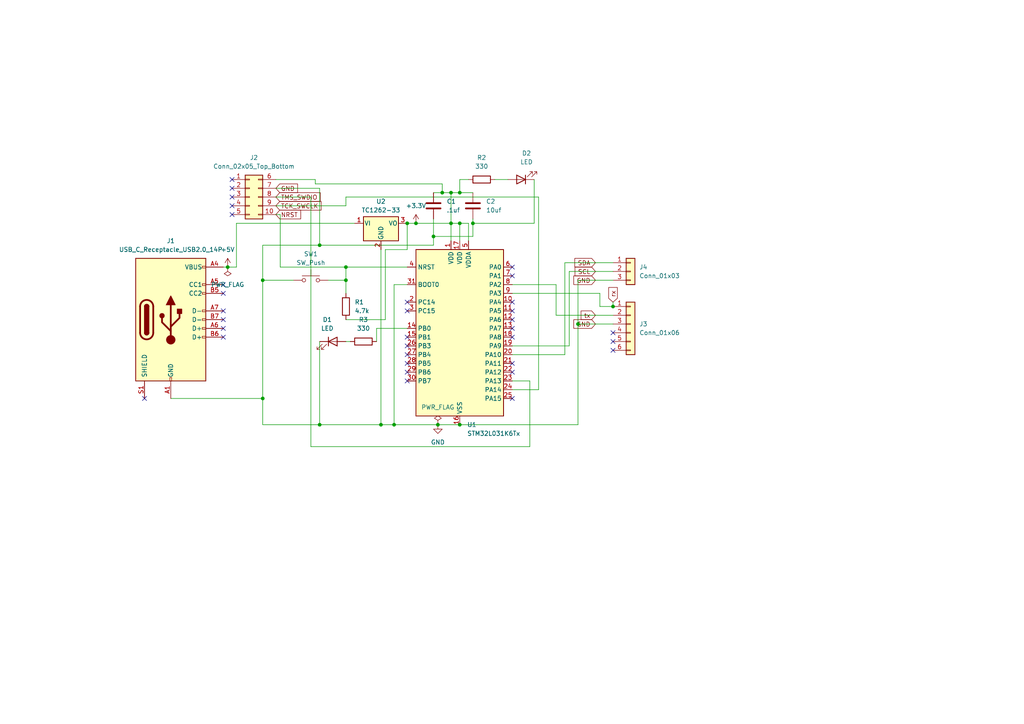
<source format=kicad_sch>
(kicad_sch
	(version 20250114)
	(generator "eeschema")
	(generator_version "9.0")
	(uuid "f858418f-deb9-4e36-ac2b-a6d4bf77a5a1")
	(paper "A4")
	(lib_symbols
		(symbol "Connector:USB_C_Receptacle_USB2.0_14P"
			(pin_names
				(offset 1.016)
			)
			(exclude_from_sim no)
			(in_bom yes)
			(on_board yes)
			(property "Reference" "J"
				(at 0 22.225 0)
				(effects
					(font
						(size 1.27 1.27)
					)
				)
			)
			(property "Value" "USB_C_Receptacle_USB2.0_14P"
				(at 0 19.685 0)
				(effects
					(font
						(size 1.27 1.27)
					)
				)
			)
			(property "Footprint" ""
				(at 3.81 0 0)
				(effects
					(font
						(size 1.27 1.27)
					)
					(hide yes)
				)
			)
			(property "Datasheet" "https://www.usb.org/sites/default/files/documents/usb_type-c.zip"
				(at 3.81 0 0)
				(effects
					(font
						(size 1.27 1.27)
					)
					(hide yes)
				)
			)
			(property "Description" "USB 2.0-only 14P Type-C Receptacle connector"
				(at 0 0 0)
				(effects
					(font
						(size 1.27 1.27)
					)
					(hide yes)
				)
			)
			(property "ki_keywords" "usb universal serial bus type-C USB2.0"
				(at 0 0 0)
				(effects
					(font
						(size 1.27 1.27)
					)
					(hide yes)
				)
			)
			(property "ki_fp_filters" "USB*C*Receptacle*"
				(at 0 0 0)
				(effects
					(font
						(size 1.27 1.27)
					)
					(hide yes)
				)
			)
			(symbol "USB_C_Receptacle_USB2.0_14P_0_0"
				(rectangle
					(start -0.254 -17.78)
					(end 0.254 -16.764)
					(stroke
						(width 0)
						(type default)
					)
					(fill
						(type none)
					)
				)
				(rectangle
					(start 10.16 15.494)
					(end 9.144 14.986)
					(stroke
						(width 0)
						(type default)
					)
					(fill
						(type none)
					)
				)
				(rectangle
					(start 10.16 10.414)
					(end 9.144 9.906)
					(stroke
						(width 0)
						(type default)
					)
					(fill
						(type none)
					)
				)
				(rectangle
					(start 10.16 7.874)
					(end 9.144 7.366)
					(stroke
						(width 0)
						(type default)
					)
					(fill
						(type none)
					)
				)
				(rectangle
					(start 10.16 2.794)
					(end 9.144 2.286)
					(stroke
						(width 0)
						(type default)
					)
					(fill
						(type none)
					)
				)
				(rectangle
					(start 10.16 0.254)
					(end 9.144 -0.254)
					(stroke
						(width 0)
						(type default)
					)
					(fill
						(type none)
					)
				)
				(rectangle
					(start 10.16 -2.286)
					(end 9.144 -2.794)
					(stroke
						(width 0)
						(type default)
					)
					(fill
						(type none)
					)
				)
				(rectangle
					(start 10.16 -4.826)
					(end 9.144 -5.334)
					(stroke
						(width 0)
						(type default)
					)
					(fill
						(type none)
					)
				)
			)
			(symbol "USB_C_Receptacle_USB2.0_14P_0_1"
				(rectangle
					(start -10.16 17.78)
					(end 10.16 -17.78)
					(stroke
						(width 0.254)
						(type default)
					)
					(fill
						(type background)
					)
				)
				(polyline
					(pts
						(xy -8.89 -3.81) (xy -8.89 3.81)
					)
					(stroke
						(width 0.508)
						(type default)
					)
					(fill
						(type none)
					)
				)
				(rectangle
					(start -7.62 -3.81)
					(end -6.35 3.81)
					(stroke
						(width 0.254)
						(type default)
					)
					(fill
						(type outline)
					)
				)
				(arc
					(start -7.62 3.81)
					(mid -6.985 4.4423)
					(end -6.35 3.81)
					(stroke
						(width 0.254)
						(type default)
					)
					(fill
						(type none)
					)
				)
				(arc
					(start -7.62 3.81)
					(mid -6.985 4.4423)
					(end -6.35 3.81)
					(stroke
						(width 0.254)
						(type default)
					)
					(fill
						(type outline)
					)
				)
				(arc
					(start -8.89 3.81)
					(mid -6.985 5.7067)
					(end -5.08 3.81)
					(stroke
						(width 0.508)
						(type default)
					)
					(fill
						(type none)
					)
				)
				(arc
					(start -5.08 -3.81)
					(mid -6.985 -5.7067)
					(end -8.89 -3.81)
					(stroke
						(width 0.508)
						(type default)
					)
					(fill
						(type none)
					)
				)
				(arc
					(start -6.35 -3.81)
					(mid -6.985 -4.4423)
					(end -7.62 -3.81)
					(stroke
						(width 0.254)
						(type default)
					)
					(fill
						(type none)
					)
				)
				(arc
					(start -6.35 -3.81)
					(mid -6.985 -4.4423)
					(end -7.62 -3.81)
					(stroke
						(width 0.254)
						(type default)
					)
					(fill
						(type outline)
					)
				)
				(polyline
					(pts
						(xy -5.08 3.81) (xy -5.08 -3.81)
					)
					(stroke
						(width 0.508)
						(type default)
					)
					(fill
						(type none)
					)
				)
				(circle
					(center -2.54 1.143)
					(radius 0.635)
					(stroke
						(width 0.254)
						(type default)
					)
					(fill
						(type outline)
					)
				)
				(polyline
					(pts
						(xy -1.27 4.318) (xy 0 6.858) (xy 1.27 4.318) (xy -1.27 4.318)
					)
					(stroke
						(width 0.254)
						(type default)
					)
					(fill
						(type outline)
					)
				)
				(polyline
					(pts
						(xy 0 -2.032) (xy 2.54 0.508) (xy 2.54 1.778)
					)
					(stroke
						(width 0.508)
						(type default)
					)
					(fill
						(type none)
					)
				)
				(polyline
					(pts
						(xy 0 -3.302) (xy -2.54 -0.762) (xy -2.54 0.508)
					)
					(stroke
						(width 0.508)
						(type default)
					)
					(fill
						(type none)
					)
				)
				(polyline
					(pts
						(xy 0 -5.842) (xy 0 4.318)
					)
					(stroke
						(width 0.508)
						(type default)
					)
					(fill
						(type none)
					)
				)
				(circle
					(center 0 -5.842)
					(radius 1.27)
					(stroke
						(width 0)
						(type default)
					)
					(fill
						(type outline)
					)
				)
				(rectangle
					(start 1.905 1.778)
					(end 3.175 3.048)
					(stroke
						(width 0.254)
						(type default)
					)
					(fill
						(type outline)
					)
				)
			)
			(symbol "USB_C_Receptacle_USB2.0_14P_1_1"
				(pin passive line
					(at -7.62 -22.86 90)
					(length 5.08)
					(name "SHIELD"
						(effects
							(font
								(size 1.27 1.27)
							)
						)
					)
					(number "S1"
						(effects
							(font
								(size 1.27 1.27)
							)
						)
					)
				)
				(pin passive line
					(at 0 -22.86 90)
					(length 5.08)
					(name "GND"
						(effects
							(font
								(size 1.27 1.27)
							)
						)
					)
					(number "A1"
						(effects
							(font
								(size 1.27 1.27)
							)
						)
					)
				)
				(pin passive line
					(at 0 -22.86 90)
					(length 5.08)
					(hide yes)
					(name "GND"
						(effects
							(font
								(size 1.27 1.27)
							)
						)
					)
					(number "A12"
						(effects
							(font
								(size 1.27 1.27)
							)
						)
					)
				)
				(pin passive line
					(at 0 -22.86 90)
					(length 5.08)
					(hide yes)
					(name "GND"
						(effects
							(font
								(size 1.27 1.27)
							)
						)
					)
					(number "B1"
						(effects
							(font
								(size 1.27 1.27)
							)
						)
					)
				)
				(pin passive line
					(at 0 -22.86 90)
					(length 5.08)
					(hide yes)
					(name "GND"
						(effects
							(font
								(size 1.27 1.27)
							)
						)
					)
					(number "B12"
						(effects
							(font
								(size 1.27 1.27)
							)
						)
					)
				)
				(pin passive line
					(at 15.24 15.24 180)
					(length 5.08)
					(name "VBUS"
						(effects
							(font
								(size 1.27 1.27)
							)
						)
					)
					(number "A4"
						(effects
							(font
								(size 1.27 1.27)
							)
						)
					)
				)
				(pin passive line
					(at 15.24 15.24 180)
					(length 5.08)
					(hide yes)
					(name "VBUS"
						(effects
							(font
								(size 1.27 1.27)
							)
						)
					)
					(number "A9"
						(effects
							(font
								(size 1.27 1.27)
							)
						)
					)
				)
				(pin passive line
					(at 15.24 15.24 180)
					(length 5.08)
					(hide yes)
					(name "VBUS"
						(effects
							(font
								(size 1.27 1.27)
							)
						)
					)
					(number "B4"
						(effects
							(font
								(size 1.27 1.27)
							)
						)
					)
				)
				(pin passive line
					(at 15.24 15.24 180)
					(length 5.08)
					(hide yes)
					(name "VBUS"
						(effects
							(font
								(size 1.27 1.27)
							)
						)
					)
					(number "B9"
						(effects
							(font
								(size 1.27 1.27)
							)
						)
					)
				)
				(pin bidirectional line
					(at 15.24 10.16 180)
					(length 5.08)
					(name "CC1"
						(effects
							(font
								(size 1.27 1.27)
							)
						)
					)
					(number "A5"
						(effects
							(font
								(size 1.27 1.27)
							)
						)
					)
				)
				(pin bidirectional line
					(at 15.24 7.62 180)
					(length 5.08)
					(name "CC2"
						(effects
							(font
								(size 1.27 1.27)
							)
						)
					)
					(number "B5"
						(effects
							(font
								(size 1.27 1.27)
							)
						)
					)
				)
				(pin bidirectional line
					(at 15.24 2.54 180)
					(length 5.08)
					(name "D-"
						(effects
							(font
								(size 1.27 1.27)
							)
						)
					)
					(number "A7"
						(effects
							(font
								(size 1.27 1.27)
							)
						)
					)
				)
				(pin bidirectional line
					(at 15.24 0 180)
					(length 5.08)
					(name "D-"
						(effects
							(font
								(size 1.27 1.27)
							)
						)
					)
					(number "B7"
						(effects
							(font
								(size 1.27 1.27)
							)
						)
					)
				)
				(pin bidirectional line
					(at 15.24 -2.54 180)
					(length 5.08)
					(name "D+"
						(effects
							(font
								(size 1.27 1.27)
							)
						)
					)
					(number "A6"
						(effects
							(font
								(size 1.27 1.27)
							)
						)
					)
				)
				(pin bidirectional line
					(at 15.24 -5.08 180)
					(length 5.08)
					(name "D+"
						(effects
							(font
								(size 1.27 1.27)
							)
						)
					)
					(number "B6"
						(effects
							(font
								(size 1.27 1.27)
							)
						)
					)
				)
			)
			(embedded_fonts no)
		)
		(symbol "Connector_Generic:Conn_01x03"
			(pin_names
				(offset 1.016)
				(hide yes)
			)
			(exclude_from_sim no)
			(in_bom yes)
			(on_board yes)
			(property "Reference" "J"
				(at 0 5.08 0)
				(effects
					(font
						(size 1.27 1.27)
					)
				)
			)
			(property "Value" "Conn_01x03"
				(at 0 -5.08 0)
				(effects
					(font
						(size 1.27 1.27)
					)
				)
			)
			(property "Footprint" ""
				(at 0 0 0)
				(effects
					(font
						(size 1.27 1.27)
					)
					(hide yes)
				)
			)
			(property "Datasheet" "~"
				(at 0 0 0)
				(effects
					(font
						(size 1.27 1.27)
					)
					(hide yes)
				)
			)
			(property "Description" "Generic connector, single row, 01x03, script generated (kicad-library-utils/schlib/autogen/connector/)"
				(at 0 0 0)
				(effects
					(font
						(size 1.27 1.27)
					)
					(hide yes)
				)
			)
			(property "ki_keywords" "connector"
				(at 0 0 0)
				(effects
					(font
						(size 1.27 1.27)
					)
					(hide yes)
				)
			)
			(property "ki_fp_filters" "Connector*:*_1x??_*"
				(at 0 0 0)
				(effects
					(font
						(size 1.27 1.27)
					)
					(hide yes)
				)
			)
			(symbol "Conn_01x03_1_1"
				(rectangle
					(start -1.27 3.81)
					(end 1.27 -3.81)
					(stroke
						(width 0.254)
						(type default)
					)
					(fill
						(type background)
					)
				)
				(rectangle
					(start -1.27 2.667)
					(end 0 2.413)
					(stroke
						(width 0.1524)
						(type default)
					)
					(fill
						(type none)
					)
				)
				(rectangle
					(start -1.27 0.127)
					(end 0 -0.127)
					(stroke
						(width 0.1524)
						(type default)
					)
					(fill
						(type none)
					)
				)
				(rectangle
					(start -1.27 -2.413)
					(end 0 -2.667)
					(stroke
						(width 0.1524)
						(type default)
					)
					(fill
						(type none)
					)
				)
				(pin passive line
					(at -5.08 2.54 0)
					(length 3.81)
					(name "Pin_1"
						(effects
							(font
								(size 1.27 1.27)
							)
						)
					)
					(number "1"
						(effects
							(font
								(size 1.27 1.27)
							)
						)
					)
				)
				(pin passive line
					(at -5.08 0 0)
					(length 3.81)
					(name "Pin_2"
						(effects
							(font
								(size 1.27 1.27)
							)
						)
					)
					(number "2"
						(effects
							(font
								(size 1.27 1.27)
							)
						)
					)
				)
				(pin passive line
					(at -5.08 -2.54 0)
					(length 3.81)
					(name "Pin_3"
						(effects
							(font
								(size 1.27 1.27)
							)
						)
					)
					(number "3"
						(effects
							(font
								(size 1.27 1.27)
							)
						)
					)
				)
			)
			(embedded_fonts no)
		)
		(symbol "Connector_Generic:Conn_01x06"
			(pin_names
				(offset 1.016)
				(hide yes)
			)
			(exclude_from_sim no)
			(in_bom yes)
			(on_board yes)
			(property "Reference" "J"
				(at 0 7.62 0)
				(effects
					(font
						(size 1.27 1.27)
					)
				)
			)
			(property "Value" "Conn_01x06"
				(at 0 -10.16 0)
				(effects
					(font
						(size 1.27 1.27)
					)
				)
			)
			(property "Footprint" ""
				(at 0 0 0)
				(effects
					(font
						(size 1.27 1.27)
					)
					(hide yes)
				)
			)
			(property "Datasheet" "~"
				(at 0 0 0)
				(effects
					(font
						(size 1.27 1.27)
					)
					(hide yes)
				)
			)
			(property "Description" "Generic connector, single row, 01x06, script generated (kicad-library-utils/schlib/autogen/connector/)"
				(at 0 0 0)
				(effects
					(font
						(size 1.27 1.27)
					)
					(hide yes)
				)
			)
			(property "ki_keywords" "connector"
				(at 0 0 0)
				(effects
					(font
						(size 1.27 1.27)
					)
					(hide yes)
				)
			)
			(property "ki_fp_filters" "Connector*:*_1x??_*"
				(at 0 0 0)
				(effects
					(font
						(size 1.27 1.27)
					)
					(hide yes)
				)
			)
			(symbol "Conn_01x06_1_1"
				(rectangle
					(start -1.27 6.35)
					(end 1.27 -8.89)
					(stroke
						(width 0.254)
						(type default)
					)
					(fill
						(type background)
					)
				)
				(rectangle
					(start -1.27 5.207)
					(end 0 4.953)
					(stroke
						(width 0.1524)
						(type default)
					)
					(fill
						(type none)
					)
				)
				(rectangle
					(start -1.27 2.667)
					(end 0 2.413)
					(stroke
						(width 0.1524)
						(type default)
					)
					(fill
						(type none)
					)
				)
				(rectangle
					(start -1.27 0.127)
					(end 0 -0.127)
					(stroke
						(width 0.1524)
						(type default)
					)
					(fill
						(type none)
					)
				)
				(rectangle
					(start -1.27 -2.413)
					(end 0 -2.667)
					(stroke
						(width 0.1524)
						(type default)
					)
					(fill
						(type none)
					)
				)
				(rectangle
					(start -1.27 -4.953)
					(end 0 -5.207)
					(stroke
						(width 0.1524)
						(type default)
					)
					(fill
						(type none)
					)
				)
				(rectangle
					(start -1.27 -7.493)
					(end 0 -7.747)
					(stroke
						(width 0.1524)
						(type default)
					)
					(fill
						(type none)
					)
				)
				(pin passive line
					(at -5.08 5.08 0)
					(length 3.81)
					(name "Pin_1"
						(effects
							(font
								(size 1.27 1.27)
							)
						)
					)
					(number "1"
						(effects
							(font
								(size 1.27 1.27)
							)
						)
					)
				)
				(pin passive line
					(at -5.08 2.54 0)
					(length 3.81)
					(name "Pin_2"
						(effects
							(font
								(size 1.27 1.27)
							)
						)
					)
					(number "2"
						(effects
							(font
								(size 1.27 1.27)
							)
						)
					)
				)
				(pin passive line
					(at -5.08 0 0)
					(length 3.81)
					(name "Pin_3"
						(effects
							(font
								(size 1.27 1.27)
							)
						)
					)
					(number "3"
						(effects
							(font
								(size 1.27 1.27)
							)
						)
					)
				)
				(pin passive line
					(at -5.08 -2.54 0)
					(length 3.81)
					(name "Pin_4"
						(effects
							(font
								(size 1.27 1.27)
							)
						)
					)
					(number "4"
						(effects
							(font
								(size 1.27 1.27)
							)
						)
					)
				)
				(pin passive line
					(at -5.08 -5.08 0)
					(length 3.81)
					(name "Pin_5"
						(effects
							(font
								(size 1.27 1.27)
							)
						)
					)
					(number "5"
						(effects
							(font
								(size 1.27 1.27)
							)
						)
					)
				)
				(pin passive line
					(at -5.08 -7.62 0)
					(length 3.81)
					(name "Pin_6"
						(effects
							(font
								(size 1.27 1.27)
							)
						)
					)
					(number "6"
						(effects
							(font
								(size 1.27 1.27)
							)
						)
					)
				)
			)
			(embedded_fonts no)
		)
		(symbol "Connector_Generic:Conn_02x05_Top_Bottom"
			(pin_names
				(offset 1.016)
				(hide yes)
			)
			(exclude_from_sim no)
			(in_bom yes)
			(on_board yes)
			(property "Reference" "J"
				(at 1.27 7.62 0)
				(effects
					(font
						(size 1.27 1.27)
					)
				)
			)
			(property "Value" "Conn_02x05_Top_Bottom"
				(at 1.27 -7.62 0)
				(effects
					(font
						(size 1.27 1.27)
					)
				)
			)
			(property "Footprint" ""
				(at 0 0 0)
				(effects
					(font
						(size 1.27 1.27)
					)
					(hide yes)
				)
			)
			(property "Datasheet" "~"
				(at 0 0 0)
				(effects
					(font
						(size 1.27 1.27)
					)
					(hide yes)
				)
			)
			(property "Description" "Generic connector, double row, 02x05, top/bottom pin numbering scheme (row 1: 1...pins_per_row, row2: pins_per_row+1 ... num_pins), script generated (kicad-library-utils/schlib/autogen/connector/)"
				(at 0 0 0)
				(effects
					(font
						(size 1.27 1.27)
					)
					(hide yes)
				)
			)
			(property "ki_keywords" "connector"
				(at 0 0 0)
				(effects
					(font
						(size 1.27 1.27)
					)
					(hide yes)
				)
			)
			(property "ki_fp_filters" "Connector*:*_2x??_*"
				(at 0 0 0)
				(effects
					(font
						(size 1.27 1.27)
					)
					(hide yes)
				)
			)
			(symbol "Conn_02x05_Top_Bottom_1_1"
				(rectangle
					(start -1.27 6.35)
					(end 3.81 -6.35)
					(stroke
						(width 0.254)
						(type default)
					)
					(fill
						(type background)
					)
				)
				(rectangle
					(start -1.27 5.207)
					(end 0 4.953)
					(stroke
						(width 0.1524)
						(type default)
					)
					(fill
						(type none)
					)
				)
				(rectangle
					(start -1.27 2.667)
					(end 0 2.413)
					(stroke
						(width 0.1524)
						(type default)
					)
					(fill
						(type none)
					)
				)
				(rectangle
					(start -1.27 0.127)
					(end 0 -0.127)
					(stroke
						(width 0.1524)
						(type default)
					)
					(fill
						(type none)
					)
				)
				(rectangle
					(start -1.27 -2.413)
					(end 0 -2.667)
					(stroke
						(width 0.1524)
						(type default)
					)
					(fill
						(type none)
					)
				)
				(rectangle
					(start -1.27 -4.953)
					(end 0 -5.207)
					(stroke
						(width 0.1524)
						(type default)
					)
					(fill
						(type none)
					)
				)
				(rectangle
					(start 3.81 5.207)
					(end 2.54 4.953)
					(stroke
						(width 0.1524)
						(type default)
					)
					(fill
						(type none)
					)
				)
				(rectangle
					(start 3.81 2.667)
					(end 2.54 2.413)
					(stroke
						(width 0.1524)
						(type default)
					)
					(fill
						(type none)
					)
				)
				(rectangle
					(start 3.81 0.127)
					(end 2.54 -0.127)
					(stroke
						(width 0.1524)
						(type default)
					)
					(fill
						(type none)
					)
				)
				(rectangle
					(start 3.81 -2.413)
					(end 2.54 -2.667)
					(stroke
						(width 0.1524)
						(type default)
					)
					(fill
						(type none)
					)
				)
				(rectangle
					(start 3.81 -4.953)
					(end 2.54 -5.207)
					(stroke
						(width 0.1524)
						(type default)
					)
					(fill
						(type none)
					)
				)
				(pin passive line
					(at -5.08 5.08 0)
					(length 3.81)
					(name "Pin_1"
						(effects
							(font
								(size 1.27 1.27)
							)
						)
					)
					(number "1"
						(effects
							(font
								(size 1.27 1.27)
							)
						)
					)
				)
				(pin passive line
					(at -5.08 2.54 0)
					(length 3.81)
					(name "Pin_2"
						(effects
							(font
								(size 1.27 1.27)
							)
						)
					)
					(number "2"
						(effects
							(font
								(size 1.27 1.27)
							)
						)
					)
				)
				(pin passive line
					(at -5.08 0 0)
					(length 3.81)
					(name "Pin_3"
						(effects
							(font
								(size 1.27 1.27)
							)
						)
					)
					(number "3"
						(effects
							(font
								(size 1.27 1.27)
							)
						)
					)
				)
				(pin passive line
					(at -5.08 -2.54 0)
					(length 3.81)
					(name "Pin_4"
						(effects
							(font
								(size 1.27 1.27)
							)
						)
					)
					(number "4"
						(effects
							(font
								(size 1.27 1.27)
							)
						)
					)
				)
				(pin passive line
					(at -5.08 -5.08 0)
					(length 3.81)
					(name "Pin_5"
						(effects
							(font
								(size 1.27 1.27)
							)
						)
					)
					(number "5"
						(effects
							(font
								(size 1.27 1.27)
							)
						)
					)
				)
				(pin passive line
					(at 7.62 5.08 180)
					(length 3.81)
					(name "Pin_6"
						(effects
							(font
								(size 1.27 1.27)
							)
						)
					)
					(number "6"
						(effects
							(font
								(size 1.27 1.27)
							)
						)
					)
				)
				(pin passive line
					(at 7.62 2.54 180)
					(length 3.81)
					(name "Pin_7"
						(effects
							(font
								(size 1.27 1.27)
							)
						)
					)
					(number "7"
						(effects
							(font
								(size 1.27 1.27)
							)
						)
					)
				)
				(pin passive line
					(at 7.62 0 180)
					(length 3.81)
					(name "Pin_8"
						(effects
							(font
								(size 1.27 1.27)
							)
						)
					)
					(number "8"
						(effects
							(font
								(size 1.27 1.27)
							)
						)
					)
				)
				(pin passive line
					(at 7.62 -2.54 180)
					(length 3.81)
					(name "Pin_9"
						(effects
							(font
								(size 1.27 1.27)
							)
						)
					)
					(number "9"
						(effects
							(font
								(size 1.27 1.27)
							)
						)
					)
				)
				(pin passive line
					(at 7.62 -5.08 180)
					(length 3.81)
					(name "Pin_10"
						(effects
							(font
								(size 1.27 1.27)
							)
						)
					)
					(number "10"
						(effects
							(font
								(size 1.27 1.27)
							)
						)
					)
				)
			)
			(embedded_fonts no)
		)
		(symbol "Device:C"
			(pin_numbers
				(hide yes)
			)
			(pin_names
				(offset 0.254)
			)
			(exclude_from_sim no)
			(in_bom yes)
			(on_board yes)
			(property "Reference" "C"
				(at 0.635 2.54 0)
				(effects
					(font
						(size 1.27 1.27)
					)
					(justify left)
				)
			)
			(property "Value" "C"
				(at 0.635 -2.54 0)
				(effects
					(font
						(size 1.27 1.27)
					)
					(justify left)
				)
			)
			(property "Footprint" ""
				(at 0.9652 -3.81 0)
				(effects
					(font
						(size 1.27 1.27)
					)
					(hide yes)
				)
			)
			(property "Datasheet" "~"
				(at 0 0 0)
				(effects
					(font
						(size 1.27 1.27)
					)
					(hide yes)
				)
			)
			(property "Description" "Unpolarized capacitor"
				(at 0 0 0)
				(effects
					(font
						(size 1.27 1.27)
					)
					(hide yes)
				)
			)
			(property "ki_keywords" "cap capacitor"
				(at 0 0 0)
				(effects
					(font
						(size 1.27 1.27)
					)
					(hide yes)
				)
			)
			(property "ki_fp_filters" "C_*"
				(at 0 0 0)
				(effects
					(font
						(size 1.27 1.27)
					)
					(hide yes)
				)
			)
			(symbol "C_0_1"
				(polyline
					(pts
						(xy -2.032 0.762) (xy 2.032 0.762)
					)
					(stroke
						(width 0.508)
						(type default)
					)
					(fill
						(type none)
					)
				)
				(polyline
					(pts
						(xy -2.032 -0.762) (xy 2.032 -0.762)
					)
					(stroke
						(width 0.508)
						(type default)
					)
					(fill
						(type none)
					)
				)
			)
			(symbol "C_1_1"
				(pin passive line
					(at 0 3.81 270)
					(length 2.794)
					(name "~"
						(effects
							(font
								(size 1.27 1.27)
							)
						)
					)
					(number "1"
						(effects
							(font
								(size 1.27 1.27)
							)
						)
					)
				)
				(pin passive line
					(at 0 -3.81 90)
					(length 2.794)
					(name "~"
						(effects
							(font
								(size 1.27 1.27)
							)
						)
					)
					(number "2"
						(effects
							(font
								(size 1.27 1.27)
							)
						)
					)
				)
			)
			(embedded_fonts no)
		)
		(symbol "Device:LED"
			(pin_numbers
				(hide yes)
			)
			(pin_names
				(offset 1.016)
				(hide yes)
			)
			(exclude_from_sim no)
			(in_bom yes)
			(on_board yes)
			(property "Reference" "D"
				(at 0 2.54 0)
				(effects
					(font
						(size 1.27 1.27)
					)
				)
			)
			(property "Value" "LED"
				(at 0 -2.54 0)
				(effects
					(font
						(size 1.27 1.27)
					)
				)
			)
			(property "Footprint" ""
				(at 0 0 0)
				(effects
					(font
						(size 1.27 1.27)
					)
					(hide yes)
				)
			)
			(property "Datasheet" "~"
				(at 0 0 0)
				(effects
					(font
						(size 1.27 1.27)
					)
					(hide yes)
				)
			)
			(property "Description" "Light emitting diode"
				(at 0 0 0)
				(effects
					(font
						(size 1.27 1.27)
					)
					(hide yes)
				)
			)
			(property "Sim.Pins" "1=K 2=A"
				(at 0 0 0)
				(effects
					(font
						(size 1.27 1.27)
					)
					(hide yes)
				)
			)
			(property "ki_keywords" "LED diode"
				(at 0 0 0)
				(effects
					(font
						(size 1.27 1.27)
					)
					(hide yes)
				)
			)
			(property "ki_fp_filters" "LED* LED_SMD:* LED_THT:*"
				(at 0 0 0)
				(effects
					(font
						(size 1.27 1.27)
					)
					(hide yes)
				)
			)
			(symbol "LED_0_1"
				(polyline
					(pts
						(xy -3.048 -0.762) (xy -4.572 -2.286) (xy -3.81 -2.286) (xy -4.572 -2.286) (xy -4.572 -1.524)
					)
					(stroke
						(width 0)
						(type default)
					)
					(fill
						(type none)
					)
				)
				(polyline
					(pts
						(xy -1.778 -0.762) (xy -3.302 -2.286) (xy -2.54 -2.286) (xy -3.302 -2.286) (xy -3.302 -1.524)
					)
					(stroke
						(width 0)
						(type default)
					)
					(fill
						(type none)
					)
				)
				(polyline
					(pts
						(xy -1.27 0) (xy 1.27 0)
					)
					(stroke
						(width 0)
						(type default)
					)
					(fill
						(type none)
					)
				)
				(polyline
					(pts
						(xy -1.27 -1.27) (xy -1.27 1.27)
					)
					(stroke
						(width 0.254)
						(type default)
					)
					(fill
						(type none)
					)
				)
				(polyline
					(pts
						(xy 1.27 -1.27) (xy 1.27 1.27) (xy -1.27 0) (xy 1.27 -1.27)
					)
					(stroke
						(width 0.254)
						(type default)
					)
					(fill
						(type none)
					)
				)
			)
			(symbol "LED_1_1"
				(pin passive line
					(at -3.81 0 0)
					(length 2.54)
					(name "K"
						(effects
							(font
								(size 1.27 1.27)
							)
						)
					)
					(number "1"
						(effects
							(font
								(size 1.27 1.27)
							)
						)
					)
				)
				(pin passive line
					(at 3.81 0 180)
					(length 2.54)
					(name "A"
						(effects
							(font
								(size 1.27 1.27)
							)
						)
					)
					(number "2"
						(effects
							(font
								(size 1.27 1.27)
							)
						)
					)
				)
			)
			(embedded_fonts no)
		)
		(symbol "Device:R"
			(pin_numbers
				(hide yes)
			)
			(pin_names
				(offset 0)
			)
			(exclude_from_sim no)
			(in_bom yes)
			(on_board yes)
			(property "Reference" "R1"
				(at 2.54 1.2701 0)
				(effects
					(font
						(size 1.27 1.27)
					)
					(justify left)
				)
			)
			(property "Value" "330"
				(at 2.54 -1.2699 0)
				(effects
					(font
						(size 1.27 1.27)
					)
					(justify left)
				)
			)
			(property "Footprint" ""
				(at -1.778 0 90)
				(effects
					(font
						(size 1.27 1.27)
					)
					(hide yes)
				)
			)
			(property "Datasheet" "~"
				(at 0 0 0)
				(effects
					(font
						(size 1.27 1.27)
					)
					(hide yes)
				)
			)
			(property "Description" "Resistor"
				(at 0 0 0)
				(effects
					(font
						(size 1.27 1.27)
					)
					(hide yes)
				)
			)
			(property "ki_keywords" "R res resistor"
				(at 0 0 0)
				(effects
					(font
						(size 1.27 1.27)
					)
					(hide yes)
				)
			)
			(property "ki_fp_filters" "R_*"
				(at 0 0 0)
				(effects
					(font
						(size 1.27 1.27)
					)
					(hide yes)
				)
			)
			(symbol "R_0_1"
				(rectangle
					(start -1.016 -2.54)
					(end 1.016 2.54)
					(stroke
						(width 0.254)
						(type default)
					)
					(fill
						(type none)
					)
				)
			)
			(symbol "R_1_1"
				(pin passive line
					(at 0 3.81 270)
					(length 1.27)
					(name "~"
						(effects
							(font
								(size 1.27 1.27)
							)
						)
					)
					(number "1"
						(effects
							(font
								(size 1.27 1.27)
							)
						)
					)
				)
				(pin passive line
					(at 0 -3.81 90)
					(length 1.27)
					(name "~"
						(effects
							(font
								(size 1.27 1.27)
							)
						)
					)
					(number "2"
						(effects
							(font
								(size 1.27 1.27)
							)
						)
					)
				)
			)
			(embedded_fonts no)
		)
		(symbol "MCU_ST_STM32L0:STM32L031K6Tx"
			(exclude_from_sim no)
			(in_bom yes)
			(on_board yes)
			(property "Reference" "U"
				(at -12.7 26.67 0)
				(effects
					(font
						(size 1.27 1.27)
					)
					(justify left)
				)
			)
			(property "Value" "STM32L031K6Tx"
				(at 5.08 26.67 0)
				(effects
					(font
						(size 1.27 1.27)
					)
					(justify left)
				)
			)
			(property "Footprint" "Package_QFP:LQFP-32_7x7mm_P0.8mm"
				(at -12.7 -22.86 0)
				(effects
					(font
						(size 1.27 1.27)
					)
					(justify right)
					(hide yes)
				)
			)
			(property "Datasheet" "https://www.st.com/resource/en/datasheet/stm32l031k6.pdf"
				(at 0 0 0)
				(effects
					(font
						(size 1.27 1.27)
					)
					(hide yes)
				)
			)
			(property "Description" "STMicroelectronics Arm Cortex-M0+ MCU, 32KB flash, 8KB RAM, 32 MHz, 1.65-3.6V, 25 GPIO, LQFP32"
				(at 0 0 0)
				(effects
					(font
						(size 1.27 1.27)
					)
					(hide yes)
				)
			)
			(property "ki_keywords" "Arm Cortex-M0+ STM32L0 STM32L0x1"
				(at 0 0 0)
				(effects
					(font
						(size 1.27 1.27)
					)
					(hide yes)
				)
			)
			(property "ki_fp_filters" "LQFP*7x7mm*P0.8mm*"
				(at 0 0 0)
				(effects
					(font
						(size 1.27 1.27)
					)
					(hide yes)
				)
			)
			(symbol "STM32L031K6Tx_0_1"
				(rectangle
					(start -12.7 -22.86)
					(end 12.7 25.4)
					(stroke
						(width 0.254)
						(type default)
					)
					(fill
						(type background)
					)
				)
			)
			(symbol "STM32L031K6Tx_1_1"
				(pin input line
					(at -15.24 20.32 0)
					(length 2.54)
					(name "NRST"
						(effects
							(font
								(size 1.27 1.27)
							)
						)
					)
					(number "4"
						(effects
							(font
								(size 1.27 1.27)
							)
						)
					)
				)
				(pin input line
					(at -15.24 15.24 0)
					(length 2.54)
					(name "BOOT0"
						(effects
							(font
								(size 1.27 1.27)
							)
						)
					)
					(number "31"
						(effects
							(font
								(size 1.27 1.27)
							)
						)
					)
				)
				(pin bidirectional line
					(at -15.24 10.16 0)
					(length 2.54)
					(name "PC14"
						(effects
							(font
								(size 1.27 1.27)
							)
						)
					)
					(number "2"
						(effects
							(font
								(size 1.27 1.27)
							)
						)
					)
					(alternate "RCC_OSC32_IN" bidirectional line)
				)
				(pin bidirectional line
					(at -15.24 7.62 0)
					(length 2.54)
					(name "PC15"
						(effects
							(font
								(size 1.27 1.27)
							)
						)
					)
					(number "3"
						(effects
							(font
								(size 1.27 1.27)
							)
						)
					)
					(alternate "RCC_OSC32_OUT" bidirectional line)
				)
				(pin bidirectional line
					(at -15.24 2.54 0)
					(length 2.54)
					(name "PB0"
						(effects
							(font
								(size 1.27 1.27)
							)
						)
					)
					(number "14"
						(effects
							(font
								(size 1.27 1.27)
							)
						)
					)
					(alternate "ADC_IN8" bidirectional line)
					(alternate "SPI1_MISO" bidirectional line)
					(alternate "SYS_VREF_OUT_PB0" bidirectional line)
					(alternate "TIM2_CH3" bidirectional line)
					(alternate "USART2_DE" bidirectional line)
					(alternate "USART2_RTS" bidirectional line)
				)
				(pin bidirectional line
					(at -15.24 0 0)
					(length 2.54)
					(name "PB1"
						(effects
							(font
								(size 1.27 1.27)
							)
						)
					)
					(number "15"
						(effects
							(font
								(size 1.27 1.27)
							)
						)
					)
					(alternate "ADC_IN9" bidirectional line)
					(alternate "LPUART1_DE" bidirectional line)
					(alternate "LPUART1_RTS" bidirectional line)
					(alternate "SPI1_MOSI" bidirectional line)
					(alternate "SYS_VREF_OUT_PB1" bidirectional line)
					(alternate "TIM2_CH4" bidirectional line)
					(alternate "USART2_CK" bidirectional line)
				)
				(pin bidirectional line
					(at -15.24 -2.54 0)
					(length 2.54)
					(name "PB3"
						(effects
							(font
								(size 1.27 1.27)
							)
						)
					)
					(number "26"
						(effects
							(font
								(size 1.27 1.27)
							)
						)
					)
					(alternate "COMP2_INM" bidirectional line)
					(alternate "SPI1_SCK" bidirectional line)
					(alternate "TIM2_CH2" bidirectional line)
				)
				(pin bidirectional line
					(at -15.24 -5.08 0)
					(length 2.54)
					(name "PB4"
						(effects
							(font
								(size 1.27 1.27)
							)
						)
					)
					(number "27"
						(effects
							(font
								(size 1.27 1.27)
							)
						)
					)
					(alternate "COMP2_INP" bidirectional line)
					(alternate "SPI1_MISO" bidirectional line)
					(alternate "TIM22_CH1" bidirectional line)
				)
				(pin bidirectional line
					(at -15.24 -7.62 0)
					(length 2.54)
					(name "PB5"
						(effects
							(font
								(size 1.27 1.27)
							)
						)
					)
					(number "28"
						(effects
							(font
								(size 1.27 1.27)
							)
						)
					)
					(alternate "COMP2_INP" bidirectional line)
					(alternate "I2C1_SMBA" bidirectional line)
					(alternate "LPTIM1_IN1" bidirectional line)
					(alternate "SPI1_MOSI" bidirectional line)
					(alternate "TIM22_CH2" bidirectional line)
				)
				(pin bidirectional line
					(at -15.24 -10.16 0)
					(length 2.54)
					(name "PB6"
						(effects
							(font
								(size 1.27 1.27)
							)
						)
					)
					(number "29"
						(effects
							(font
								(size 1.27 1.27)
							)
						)
					)
					(alternate "COMP2_INP" bidirectional line)
					(alternate "I2C1_SCL" bidirectional line)
					(alternate "LPTIM1_ETR" bidirectional line)
					(alternate "TIM21_CH1" bidirectional line)
					(alternate "USART2_TX" bidirectional line)
				)
				(pin bidirectional line
					(at -15.24 -12.7 0)
					(length 2.54)
					(name "PB7"
						(effects
							(font
								(size 1.27 1.27)
							)
						)
					)
					(number "30"
						(effects
							(font
								(size 1.27 1.27)
							)
						)
					)
					(alternate "COMP2_INP" bidirectional line)
					(alternate "I2C1_SDA" bidirectional line)
					(alternate "LPTIM1_IN2" bidirectional line)
					(alternate "SYS_PVD_IN" bidirectional line)
					(alternate "USART2_RX" bidirectional line)
				)
				(pin power_in line
					(at -2.54 27.94 270)
					(length 2.54)
					(name "VDD"
						(effects
							(font
								(size 1.27 1.27)
							)
						)
					)
					(number "1"
						(effects
							(font
								(size 1.27 1.27)
							)
						)
					)
				)
				(pin power_in line
					(at 0 27.94 270)
					(length 2.54)
					(name "VDD"
						(effects
							(font
								(size 1.27 1.27)
							)
						)
					)
					(number "17"
						(effects
							(font
								(size 1.27 1.27)
							)
						)
					)
				)
				(pin power_in line
					(at 0 -25.4 90)
					(length 2.54)
					(name "VSS"
						(effects
							(font
								(size 1.27 1.27)
							)
						)
					)
					(number "16"
						(effects
							(font
								(size 1.27 1.27)
							)
						)
					)
				)
				(pin passive line
					(at 0 -25.4 90)
					(length 2.54)
					(hide yes)
					(name "VSS"
						(effects
							(font
								(size 1.27 1.27)
							)
						)
					)
					(number "32"
						(effects
							(font
								(size 1.27 1.27)
							)
						)
					)
				)
				(pin power_in line
					(at 2.54 27.94 270)
					(length 2.54)
					(name "VDDA"
						(effects
							(font
								(size 1.27 1.27)
							)
						)
					)
					(number "5"
						(effects
							(font
								(size 1.27 1.27)
							)
						)
					)
				)
				(pin bidirectional line
					(at 15.24 20.32 180)
					(length 2.54)
					(name "PA0"
						(effects
							(font
								(size 1.27 1.27)
							)
						)
					)
					(number "6"
						(effects
							(font
								(size 1.27 1.27)
							)
						)
					)
					(alternate "ADC_IN0" bidirectional line)
					(alternate "COMP1_INM" bidirectional line)
					(alternate "COMP1_OUT" bidirectional line)
					(alternate "LPTIM1_IN1" bidirectional line)
					(alternate "RCC_CK_IN" bidirectional line)
					(alternate "RTC_TAMP2" bidirectional line)
					(alternate "SYS_WKUP1" bidirectional line)
					(alternate "TIM2_CH1" bidirectional line)
					(alternate "TIM2_ETR" bidirectional line)
					(alternate "USART2_CTS" bidirectional line)
				)
				(pin bidirectional line
					(at 15.24 17.78 180)
					(length 2.54)
					(name "PA1"
						(effects
							(font
								(size 1.27 1.27)
							)
						)
					)
					(number "7"
						(effects
							(font
								(size 1.27 1.27)
							)
						)
					)
					(alternate "ADC_IN1" bidirectional line)
					(alternate "COMP1_INP" bidirectional line)
					(alternate "I2C1_SMBA" bidirectional line)
					(alternate "LPTIM1_IN2" bidirectional line)
					(alternate "TIM21_ETR" bidirectional line)
					(alternate "TIM2_CH2" bidirectional line)
					(alternate "USART2_DE" bidirectional line)
					(alternate "USART2_RTS" bidirectional line)
				)
				(pin bidirectional line
					(at 15.24 15.24 180)
					(length 2.54)
					(name "PA2"
						(effects
							(font
								(size 1.27 1.27)
							)
						)
					)
					(number "8"
						(effects
							(font
								(size 1.27 1.27)
							)
						)
					)
					(alternate "ADC_IN2" bidirectional line)
					(alternate "COMP2_INM" bidirectional line)
					(alternate "COMP2_OUT" bidirectional line)
					(alternate "LPUART1_TX" bidirectional line)
					(alternate "RTC_OUT_ALARM" bidirectional line)
					(alternate "RTC_OUT_CALIB" bidirectional line)
					(alternate "RTC_TAMP3" bidirectional line)
					(alternate "RTC_TS" bidirectional line)
					(alternate "SYS_WKUP3" bidirectional line)
					(alternate "TIM21_CH1" bidirectional line)
					(alternate "TIM2_CH3" bidirectional line)
					(alternate "USART2_TX" bidirectional line)
				)
				(pin bidirectional line
					(at 15.24 12.7 180)
					(length 2.54)
					(name "PA3"
						(effects
							(font
								(size 1.27 1.27)
							)
						)
					)
					(number "9"
						(effects
							(font
								(size 1.27 1.27)
							)
						)
					)
					(alternate "ADC_IN3" bidirectional line)
					(alternate "COMP2_INP" bidirectional line)
					(alternate "LPUART1_RX" bidirectional line)
					(alternate "TIM21_CH2" bidirectional line)
					(alternate "TIM2_CH4" bidirectional line)
					(alternate "USART2_RX" bidirectional line)
				)
				(pin bidirectional line
					(at 15.24 10.16 180)
					(length 2.54)
					(name "PA4"
						(effects
							(font
								(size 1.27 1.27)
							)
						)
					)
					(number "10"
						(effects
							(font
								(size 1.27 1.27)
							)
						)
					)
					(alternate "ADC_IN4" bidirectional line)
					(alternate "COMP1_INM" bidirectional line)
					(alternate "COMP2_INM" bidirectional line)
					(alternate "LPTIM1_IN1" bidirectional line)
					(alternate "SPI1_NSS" bidirectional line)
					(alternate "TIM22_ETR" bidirectional line)
					(alternate "USART2_CK" bidirectional line)
				)
				(pin bidirectional line
					(at 15.24 7.62 180)
					(length 2.54)
					(name "PA5"
						(effects
							(font
								(size 1.27 1.27)
							)
						)
					)
					(number "11"
						(effects
							(font
								(size 1.27 1.27)
							)
						)
					)
					(alternate "ADC_IN5" bidirectional line)
					(alternate "COMP1_INM" bidirectional line)
					(alternate "COMP2_INM" bidirectional line)
					(alternate "LPTIM1_IN2" bidirectional line)
					(alternate "SPI1_SCK" bidirectional line)
					(alternate "TIM2_CH1" bidirectional line)
					(alternate "TIM2_ETR" bidirectional line)
				)
				(pin bidirectional line
					(at 15.24 5.08 180)
					(length 2.54)
					(name "PA6"
						(effects
							(font
								(size 1.27 1.27)
							)
						)
					)
					(number "12"
						(effects
							(font
								(size 1.27 1.27)
							)
						)
					)
					(alternate "ADC_IN6" bidirectional line)
					(alternate "COMP1_OUT" bidirectional line)
					(alternate "LPTIM1_ETR" bidirectional line)
					(alternate "LPUART1_CTS" bidirectional line)
					(alternate "SPI1_MISO" bidirectional line)
					(alternate "TIM22_CH1" bidirectional line)
				)
				(pin bidirectional line
					(at 15.24 2.54 180)
					(length 2.54)
					(name "PA7"
						(effects
							(font
								(size 1.27 1.27)
							)
						)
					)
					(number "13"
						(effects
							(font
								(size 1.27 1.27)
							)
						)
					)
					(alternate "ADC_IN7" bidirectional line)
					(alternate "COMP2_OUT" bidirectional line)
					(alternate "LPTIM1_OUT" bidirectional line)
					(alternate "SPI1_MOSI" bidirectional line)
					(alternate "TIM22_CH2" bidirectional line)
					(alternate "USART2_CTS" bidirectional line)
				)
				(pin bidirectional line
					(at 15.24 0 180)
					(length 2.54)
					(name "PA8"
						(effects
							(font
								(size 1.27 1.27)
							)
						)
					)
					(number "18"
						(effects
							(font
								(size 1.27 1.27)
							)
						)
					)
					(alternate "LPTIM1_IN1" bidirectional line)
					(alternate "RCC_MCO" bidirectional line)
					(alternate "TIM2_CH1" bidirectional line)
					(alternate "USART2_CK" bidirectional line)
				)
				(pin bidirectional line
					(at 15.24 -2.54 180)
					(length 2.54)
					(name "PA9"
						(effects
							(font
								(size 1.27 1.27)
							)
						)
					)
					(number "19"
						(effects
							(font
								(size 1.27 1.27)
							)
						)
					)
					(alternate "I2C1_SCL" bidirectional line)
					(alternate "RCC_MCO" bidirectional line)
					(alternate "TIM22_CH1" bidirectional line)
					(alternate "USART2_TX" bidirectional line)
				)
				(pin bidirectional line
					(at 15.24 -5.08 180)
					(length 2.54)
					(name "PA10"
						(effects
							(font
								(size 1.27 1.27)
							)
						)
					)
					(number "20"
						(effects
							(font
								(size 1.27 1.27)
							)
						)
					)
					(alternate "I2C1_SDA" bidirectional line)
					(alternate "TIM22_CH2" bidirectional line)
					(alternate "USART2_RX" bidirectional line)
				)
				(pin bidirectional line
					(at 15.24 -7.62 180)
					(length 2.54)
					(name "PA11"
						(effects
							(font
								(size 1.27 1.27)
							)
						)
					)
					(number "21"
						(effects
							(font
								(size 1.27 1.27)
							)
						)
					)
					(alternate "ADC_EXTI11" bidirectional line)
					(alternate "COMP1_OUT" bidirectional line)
					(alternate "SPI1_MISO" bidirectional line)
					(alternate "TIM21_CH2" bidirectional line)
					(alternate "USART2_CTS" bidirectional line)
				)
				(pin bidirectional line
					(at 15.24 -10.16 180)
					(length 2.54)
					(name "PA12"
						(effects
							(font
								(size 1.27 1.27)
							)
						)
					)
					(number "22"
						(effects
							(font
								(size 1.27 1.27)
							)
						)
					)
					(alternate "COMP2_OUT" bidirectional line)
					(alternate "SPI1_MOSI" bidirectional line)
					(alternate "USART2_DE" bidirectional line)
					(alternate "USART2_RTS" bidirectional line)
				)
				(pin bidirectional line
					(at 15.24 -12.7 180)
					(length 2.54)
					(name "PA13"
						(effects
							(font
								(size 1.27 1.27)
							)
						)
					)
					(number "23"
						(effects
							(font
								(size 1.27 1.27)
							)
						)
					)
					(alternate "LPTIM1_ETR" bidirectional line)
					(alternate "LPUART1_RX" bidirectional line)
					(alternate "SYS_SWDIO" bidirectional line)
				)
				(pin bidirectional line
					(at 15.24 -15.24 180)
					(length 2.54)
					(name "PA14"
						(effects
							(font
								(size 1.27 1.27)
							)
						)
					)
					(number "24"
						(effects
							(font
								(size 1.27 1.27)
							)
						)
					)
					(alternate "I2C1_SMBA" bidirectional line)
					(alternate "LPTIM1_OUT" bidirectional line)
					(alternate "LPUART1_TX" bidirectional line)
					(alternate "SYS_SWCLK" bidirectional line)
					(alternate "USART2_TX" bidirectional line)
				)
				(pin bidirectional line
					(at 15.24 -17.78 180)
					(length 2.54)
					(name "PA15"
						(effects
							(font
								(size 1.27 1.27)
							)
						)
					)
					(number "25"
						(effects
							(font
								(size 1.27 1.27)
							)
						)
					)
					(alternate "SPI1_NSS" bidirectional line)
					(alternate "TIM2_CH1" bidirectional line)
					(alternate "TIM2_ETR" bidirectional line)
					(alternate "USART2_RX" bidirectional line)
				)
			)
			(embedded_fonts no)
		)
		(symbol "R_1"
			(pin_numbers
				(hide yes)
			)
			(pin_names
				(offset 0)
			)
			(exclude_from_sim no)
			(in_bom yes)
			(on_board yes)
			(property "Reference" "R"
				(at 2.032 0 90)
				(effects
					(font
						(size 1.27 1.27)
					)
				)
			)
			(property "Value" "R"
				(at 0 0 90)
				(effects
					(font
						(size 1.27 1.27)
					)
				)
			)
			(property "Footprint" ""
				(at -1.778 0 90)
				(effects
					(font
						(size 1.27 1.27)
					)
					(hide yes)
				)
			)
			(property "Datasheet" "~"
				(at 0 0 0)
				(effects
					(font
						(size 1.27 1.27)
					)
					(hide yes)
				)
			)
			(property "Description" "Resistor"
				(at 0 0 0)
				(effects
					(font
						(size 1.27 1.27)
					)
					(hide yes)
				)
			)
			(property "ki_keywords" "R res resistor"
				(at 0 0 0)
				(effects
					(font
						(size 1.27 1.27)
					)
					(hide yes)
				)
			)
			(property "ki_fp_filters" "R_*"
				(at 0 0 0)
				(effects
					(font
						(size 1.27 1.27)
					)
					(hide yes)
				)
			)
			(symbol "R_1_0_1"
				(rectangle
					(start -1.016 -2.54)
					(end 1.016 2.54)
					(stroke
						(width 0.254)
						(type default)
					)
					(fill
						(type none)
					)
				)
			)
			(symbol "R_1_1_1"
				(pin passive line
					(at 0 3.81 270)
					(length 1.27)
					(name "~"
						(effects
							(font
								(size 1.27 1.27)
							)
						)
					)
					(number "1"
						(effects
							(font
								(size 1.27 1.27)
							)
						)
					)
				)
				(pin passive line
					(at 0 -3.81 90)
					(length 1.27)
					(name "~"
						(effects
							(font
								(size 1.27 1.27)
							)
						)
					)
					(number "2"
						(effects
							(font
								(size 1.27 1.27)
							)
						)
					)
				)
			)
			(embedded_fonts no)
		)
		(symbol "Regulator_Linear:TC1262-33"
			(pin_names
				(offset 0.254)
			)
			(exclude_from_sim no)
			(in_bom yes)
			(on_board yes)
			(property "Reference" "U"
				(at -3.81 3.175 0)
				(effects
					(font
						(size 1.27 1.27)
					)
				)
			)
			(property "Value" "TC1262-33"
				(at 0 3.175 0)
				(effects
					(font
						(size 1.27 1.27)
					)
					(justify left)
				)
			)
			(property "Footprint" ""
				(at 0 5.715 0)
				(effects
					(font
						(size 1.27 1.27)
						(italic yes)
					)
					(hide yes)
				)
			)
			(property "Datasheet" "http://ww1.microchip.com/downloads/en/DeviceDoc/21373C.pdf"
				(at 0 -7.62 0)
				(effects
					(font
						(size 1.27 1.27)
					)
					(hide yes)
				)
			)
			(property "Description" "500mA Low Dropout CMOS Voltage Regulator, Fixed Output 3.3V, TO-220/SOT-223/TO-263"
				(at 0 0 0)
				(effects
					(font
						(size 1.27 1.27)
					)
					(hide yes)
				)
			)
			(property "ki_keywords" "Voltage Regulator 3.3V 500mA Positive CMOS LDO Microchip"
				(at 0 0 0)
				(effects
					(font
						(size 1.27 1.27)
					)
					(hide yes)
				)
			)
			(property "ki_fp_filters" "SOT?223* TO?220* TO?263*"
				(at 0 0 0)
				(effects
					(font
						(size 1.27 1.27)
					)
					(hide yes)
				)
			)
			(symbol "TC1262-33_1_1"
				(rectangle
					(start -5.08 1.905)
					(end 5.08 -5.08)
					(stroke
						(width 0.254)
						(type default)
					)
					(fill
						(type background)
					)
				)
				(pin power_in line
					(at -7.62 0 0)
					(length 2.54)
					(name "VI"
						(effects
							(font
								(size 1.27 1.27)
							)
						)
					)
					(number "1"
						(effects
							(font
								(size 1.27 1.27)
							)
						)
					)
				)
				(pin power_in line
					(at 0 -7.62 90)
					(length 2.54)
					(name "GND"
						(effects
							(font
								(size 1.27 1.27)
							)
						)
					)
					(number "2"
						(effects
							(font
								(size 1.27 1.27)
							)
						)
					)
				)
				(pin power_out line
					(at 7.62 0 180)
					(length 2.54)
					(name "VO"
						(effects
							(font
								(size 1.27 1.27)
							)
						)
					)
					(number "3"
						(effects
							(font
								(size 1.27 1.27)
							)
						)
					)
				)
			)
			(embedded_fonts no)
		)
		(symbol "Switch:SW_Push"
			(pin_numbers
				(hide yes)
			)
			(pin_names
				(offset 1.016)
				(hide yes)
			)
			(exclude_from_sim no)
			(in_bom yes)
			(on_board yes)
			(property "Reference" "SW"
				(at 1.27 2.54 0)
				(effects
					(font
						(size 1.27 1.27)
					)
					(justify left)
				)
			)
			(property "Value" "SW_Push"
				(at 0 -1.524 0)
				(effects
					(font
						(size 1.27 1.27)
					)
				)
			)
			(property "Footprint" ""
				(at 0 5.08 0)
				(effects
					(font
						(size 1.27 1.27)
					)
					(hide yes)
				)
			)
			(property "Datasheet" "~"
				(at 0 5.08 0)
				(effects
					(font
						(size 1.27 1.27)
					)
					(hide yes)
				)
			)
			(property "Description" "Push button switch, generic, two pins"
				(at 0 0 0)
				(effects
					(font
						(size 1.27 1.27)
					)
					(hide yes)
				)
			)
			(property "ki_keywords" "switch normally-open pushbutton push-button"
				(at 0 0 0)
				(effects
					(font
						(size 1.27 1.27)
					)
					(hide yes)
				)
			)
			(symbol "SW_Push_0_1"
				(circle
					(center -2.032 0)
					(radius 0.508)
					(stroke
						(width 0)
						(type default)
					)
					(fill
						(type none)
					)
				)
				(polyline
					(pts
						(xy 0 1.27) (xy 0 3.048)
					)
					(stroke
						(width 0)
						(type default)
					)
					(fill
						(type none)
					)
				)
				(circle
					(center 2.032 0)
					(radius 0.508)
					(stroke
						(width 0)
						(type default)
					)
					(fill
						(type none)
					)
				)
				(polyline
					(pts
						(xy 2.54 1.27) (xy -2.54 1.27)
					)
					(stroke
						(width 0)
						(type default)
					)
					(fill
						(type none)
					)
				)
				(pin passive line
					(at -5.08 0 0)
					(length 2.54)
					(name "1"
						(effects
							(font
								(size 1.27 1.27)
							)
						)
					)
					(number "1"
						(effects
							(font
								(size 1.27 1.27)
							)
						)
					)
				)
				(pin passive line
					(at 5.08 0 180)
					(length 2.54)
					(name "2"
						(effects
							(font
								(size 1.27 1.27)
							)
						)
					)
					(number "2"
						(effects
							(font
								(size 1.27 1.27)
							)
						)
					)
				)
			)
			(embedded_fonts no)
		)
		(symbol "power:+3.3V"
			(power)
			(pin_numbers
				(hide yes)
			)
			(pin_names
				(offset 0)
				(hide yes)
			)
			(exclude_from_sim no)
			(in_bom yes)
			(on_board yes)
			(property "Reference" "#PWR"
				(at 0 -3.81 0)
				(effects
					(font
						(size 1.27 1.27)
					)
					(hide yes)
				)
			)
			(property "Value" "+3.3V"
				(at 0 3.556 0)
				(effects
					(font
						(size 1.27 1.27)
					)
				)
			)
			(property "Footprint" ""
				(at 0 0 0)
				(effects
					(font
						(size 1.27 1.27)
					)
					(hide yes)
				)
			)
			(property "Datasheet" ""
				(at 0 0 0)
				(effects
					(font
						(size 1.27 1.27)
					)
					(hide yes)
				)
			)
			(property "Description" "Power symbol creates a global label with name \"+3.3V\""
				(at 0 0 0)
				(effects
					(font
						(size 1.27 1.27)
					)
					(hide yes)
				)
			)
			(property "ki_keywords" "global power"
				(at 0 0 0)
				(effects
					(font
						(size 1.27 1.27)
					)
					(hide yes)
				)
			)
			(symbol "+3.3V_0_1"
				(polyline
					(pts
						(xy -0.762 1.27) (xy 0 2.54)
					)
					(stroke
						(width 0)
						(type default)
					)
					(fill
						(type none)
					)
				)
				(polyline
					(pts
						(xy 0 2.54) (xy 0.762 1.27)
					)
					(stroke
						(width 0)
						(type default)
					)
					(fill
						(type none)
					)
				)
				(polyline
					(pts
						(xy 0 0) (xy 0 2.54)
					)
					(stroke
						(width 0)
						(type default)
					)
					(fill
						(type none)
					)
				)
			)
			(symbol "+3.3V_1_1"
				(pin power_in line
					(at 0 0 90)
					(length 0)
					(name "~"
						(effects
							(font
								(size 1.27 1.27)
							)
						)
					)
					(number "1"
						(effects
							(font
								(size 1.27 1.27)
							)
						)
					)
				)
			)
			(embedded_fonts no)
		)
		(symbol "power:+5V"
			(power)
			(pin_numbers
				(hide yes)
			)
			(pin_names
				(offset 0)
				(hide yes)
			)
			(exclude_from_sim no)
			(in_bom yes)
			(on_board yes)
			(property "Reference" "#PWR"
				(at 0 -3.81 0)
				(effects
					(font
						(size 1.27 1.27)
					)
					(hide yes)
				)
			)
			(property "Value" "+5V"
				(at 0 3.556 0)
				(effects
					(font
						(size 1.27 1.27)
					)
				)
			)
			(property "Footprint" ""
				(at 0 0 0)
				(effects
					(font
						(size 1.27 1.27)
					)
					(hide yes)
				)
			)
			(property "Datasheet" ""
				(at 0 0 0)
				(effects
					(font
						(size 1.27 1.27)
					)
					(hide yes)
				)
			)
			(property "Description" "Power symbol creates a global label with name \"+5V\""
				(at 0 0 0)
				(effects
					(font
						(size 1.27 1.27)
					)
					(hide yes)
				)
			)
			(property "ki_keywords" "global power"
				(at 0 0 0)
				(effects
					(font
						(size 1.27 1.27)
					)
					(hide yes)
				)
			)
			(symbol "+5V_0_1"
				(polyline
					(pts
						(xy -0.762 1.27) (xy 0 2.54)
					)
					(stroke
						(width 0)
						(type default)
					)
					(fill
						(type none)
					)
				)
				(polyline
					(pts
						(xy 0 2.54) (xy 0.762 1.27)
					)
					(stroke
						(width 0)
						(type default)
					)
					(fill
						(type none)
					)
				)
				(polyline
					(pts
						(xy 0 0) (xy 0 2.54)
					)
					(stroke
						(width 0)
						(type default)
					)
					(fill
						(type none)
					)
				)
			)
			(symbol "+5V_1_1"
				(pin power_in line
					(at 0 0 90)
					(length 0)
					(name "~"
						(effects
							(font
								(size 1.27 1.27)
							)
						)
					)
					(number "1"
						(effects
							(font
								(size 1.27 1.27)
							)
						)
					)
				)
			)
			(embedded_fonts no)
		)
		(symbol "power:GND"
			(power)
			(pin_numbers
				(hide yes)
			)
			(pin_names
				(offset 0)
				(hide yes)
			)
			(exclude_from_sim no)
			(in_bom yes)
			(on_board yes)
			(property "Reference" "#PWR"
				(at 0 -6.35 0)
				(effects
					(font
						(size 1.27 1.27)
					)
					(hide yes)
				)
			)
			(property "Value" "GND"
				(at 0 -3.81 0)
				(effects
					(font
						(size 1.27 1.27)
					)
				)
			)
			(property "Footprint" ""
				(at 0 0 0)
				(effects
					(font
						(size 1.27 1.27)
					)
					(hide yes)
				)
			)
			(property "Datasheet" ""
				(at 0 0 0)
				(effects
					(font
						(size 1.27 1.27)
					)
					(hide yes)
				)
			)
			(property "Description" "Power symbol creates a global label with name \"GND\" , ground"
				(at 0 0 0)
				(effects
					(font
						(size 1.27 1.27)
					)
					(hide yes)
				)
			)
			(property "ki_keywords" "global power"
				(at 0 0 0)
				(effects
					(font
						(size 1.27 1.27)
					)
					(hide yes)
				)
			)
			(symbol "GND_0_1"
				(polyline
					(pts
						(xy 0 0) (xy 0 -1.27) (xy 1.27 -1.27) (xy 0 -2.54) (xy -1.27 -1.27) (xy 0 -1.27)
					)
					(stroke
						(width 0)
						(type default)
					)
					(fill
						(type none)
					)
				)
			)
			(symbol "GND_1_1"
				(pin power_in line
					(at 0 0 270)
					(length 0)
					(name "~"
						(effects
							(font
								(size 1.27 1.27)
							)
						)
					)
					(number "1"
						(effects
							(font
								(size 1.27 1.27)
							)
						)
					)
				)
			)
			(embedded_fonts no)
		)
		(symbol "power:PWR_FLAG"
			(power)
			(pin_numbers
				(hide yes)
			)
			(pin_names
				(offset 0)
				(hide yes)
			)
			(exclude_from_sim no)
			(in_bom yes)
			(on_board yes)
			(property "Reference" "#FLG"
				(at 0 1.905 0)
				(effects
					(font
						(size 1.27 1.27)
					)
					(hide yes)
				)
			)
			(property "Value" "PWR_FLAG"
				(at 0 3.81 0)
				(effects
					(font
						(size 1.27 1.27)
					)
				)
			)
			(property "Footprint" ""
				(at 0 0 0)
				(effects
					(font
						(size 1.27 1.27)
					)
					(hide yes)
				)
			)
			(property "Datasheet" "~"
				(at 0 0 0)
				(effects
					(font
						(size 1.27 1.27)
					)
					(hide yes)
				)
			)
			(property "Description" "Special symbol for telling ERC where power comes from"
				(at 0 0 0)
				(effects
					(font
						(size 1.27 1.27)
					)
					(hide yes)
				)
			)
			(property "ki_keywords" "flag power"
				(at 0 0 0)
				(effects
					(font
						(size 1.27 1.27)
					)
					(hide yes)
				)
			)
			(symbol "PWR_FLAG_0_0"
				(pin power_out line
					(at 0 0 90)
					(length 0)
					(name "~"
						(effects
							(font
								(size 1.27 1.27)
							)
						)
					)
					(number "1"
						(effects
							(font
								(size 1.27 1.27)
							)
						)
					)
				)
			)
			(symbol "PWR_FLAG_0_1"
				(polyline
					(pts
						(xy 0 0) (xy 0 1.27) (xy -1.016 1.905) (xy 0 2.54) (xy 1.016 1.905) (xy 0 1.27)
					)
					(stroke
						(width 0)
						(type default)
					)
					(fill
						(type none)
					)
				)
			)
			(embedded_fonts no)
		)
	)
	(junction
		(at 76.2 115.57)
		(diameter 0)
		(color 0 0 0 0)
		(uuid "00d7afeb-fc06-4d2e-a660-d6ee1559ef44")
	)
	(junction
		(at 130.81 64.77)
		(diameter 0)
		(color 0 0 0 0)
		(uuid "0e4863d4-90ce-4eb7-a01f-ccce2505ebfc")
	)
	(junction
		(at 133.35 55.88)
		(diameter 0)
		(color 0 0 0 0)
		(uuid "188a5124-6481-447c-8d90-ce75fa201961")
	)
	(junction
		(at 92.71 123.19)
		(diameter 0)
		(color 0 0 0 0)
		(uuid "33e0a736-25ca-410e-b931-f9d500897ef7")
	)
	(junction
		(at 133.35 123.19)
		(diameter 0)
		(color 0 0 0 0)
		(uuid "3c0bd0fc-3e58-4161-a5b5-7c87aa429a08")
	)
	(junction
		(at 76.2 81.28)
		(diameter 0)
		(color 0 0 0 0)
		(uuid "4d23a26f-6762-4b7c-bcff-75daf2cad04a")
	)
	(junction
		(at 167.64 93.98)
		(diameter 0)
		(color 0 0 0 0)
		(uuid "5993f997-21ae-4547-9e2e-245992148fb1")
	)
	(junction
		(at 130.81 55.88)
		(diameter 0)
		(color 0 0 0 0)
		(uuid "5c7fd59d-b43a-4304-8f61-18efca902066")
	)
	(junction
		(at 120.65 64.77)
		(diameter 0)
		(color 0 0 0 0)
		(uuid "64208de7-2246-4e5c-84f3-6cb2c90efc2a")
	)
	(junction
		(at 66.04 77.47)
		(diameter 0)
		(color 0 0 0 0)
		(uuid "72718af7-6540-4d30-ab58-c88d027c0b1e")
	)
	(junction
		(at 100.33 81.28)
		(diameter 0)
		(color 0 0 0 0)
		(uuid "761fb8dd-1412-418c-89f2-e0d93f283a79")
	)
	(junction
		(at 128.27 55.88)
		(diameter 0)
		(color 0 0 0 0)
		(uuid "7e9129e2-afd1-4b09-a0b3-d2a34a09a564")
	)
	(junction
		(at 177.8 88.9)
		(diameter 0)
		(color 0 0 0 0)
		(uuid "7f1852f5-bb40-43ed-88f8-7b913104b02e")
	)
	(junction
		(at 92.71 71.12)
		(diameter 0)
		(color 0 0 0 0)
		(uuid "84830fc3-2618-4f64-9511-e34cfef1d58e")
	)
	(junction
		(at 118.11 64.77)
		(diameter 0)
		(color 0 0 0 0)
		(uuid "b153bc1b-175d-48ba-901e-ea116f71e0b1")
	)
	(junction
		(at 100.33 77.47)
		(diameter 0)
		(color 0 0 0 0)
		(uuid "bee1d7e1-dd71-440f-924f-a55cc943557b")
	)
	(junction
		(at 125.73 68.58)
		(diameter 0)
		(color 0 0 0 0)
		(uuid "ca7d8649-d569-4eaa-a50d-67bb8748bbb0")
	)
	(junction
		(at 127 123.19)
		(diameter 0)
		(color 0 0 0 0)
		(uuid "cb2a5b6f-9efd-468b-b058-890e8d90f9f3")
	)
	(junction
		(at 137.16 64.77)
		(diameter 0)
		(color 0 0 0 0)
		(uuid "d0cbde79-99ae-4627-a7a5-d7254d2c37bf")
	)
	(junction
		(at 110.49 123.19)
		(diameter 0)
		(color 0 0 0 0)
		(uuid "d3f6715c-25d2-4fe9-be80-ab5309d0da4f")
	)
	(junction
		(at 133.35 64.77)
		(diameter 0)
		(color 0 0 0 0)
		(uuid "f54fde57-340d-47d9-9115-a444a4fbdb7d")
	)
	(junction
		(at 114.3 123.19)
		(diameter 0)
		(color 0 0 0 0)
		(uuid "fcaea9b2-ef24-49cd-9eff-b63d6adadc07")
	)
	(no_connect
		(at 118.11 100.33)
		(uuid "0365b8c4-e703-4672-96c7-140b52f88fd0")
	)
	(no_connect
		(at 64.77 85.09)
		(uuid "126df970-dfef-4d70-b719-04f7b96b1fd5")
	)
	(no_connect
		(at 148.59 95.25)
		(uuid "1a2f44fa-0b7c-418f-90ca-6e70c77483da")
	)
	(no_connect
		(at 67.31 54.61)
		(uuid "2688977f-ee07-4a4c-a789-a4a7e801e440")
	)
	(no_connect
		(at 118.11 105.41)
		(uuid "2bcc1937-2e61-48d1-b46b-ee995343e809")
	)
	(no_connect
		(at 177.8 101.6)
		(uuid "2d2b2969-41cf-47b6-bca3-0820ef1df6b6")
	)
	(no_connect
		(at 148.59 115.57)
		(uuid "313ed882-e028-4c57-95d7-ff56cab78990")
	)
	(no_connect
		(at 148.59 107.95)
		(uuid "31d862f4-0511-4e75-8db3-1f74ecc6e0e4")
	)
	(no_connect
		(at 118.11 90.17)
		(uuid "31edf33a-5145-421b-9f7f-a83ca499e8d4")
	)
	(no_connect
		(at 64.77 82.55)
		(uuid "3be33a89-bcb9-411a-a344-dd185dc946a1")
	)
	(no_connect
		(at 64.77 97.79)
		(uuid "3c5da60c-2baa-4f40-bcc1-008550e55705")
	)
	(no_connect
		(at 148.59 90.17)
		(uuid "45781b69-6e56-4ab6-bbe2-efb30b40458d")
	)
	(no_connect
		(at 148.59 87.63)
		(uuid "49c68e70-692d-4640-b089-6a5b1c894687")
	)
	(no_connect
		(at 118.11 87.63)
		(uuid "68e29ffd-0d53-4093-ad5e-622785edcc1c")
	)
	(no_connect
		(at 67.31 52.07)
		(uuid "8353c691-bc57-4357-a55e-377e6eb06a9e")
	)
	(no_connect
		(at 64.77 92.71)
		(uuid "8c114ff9-feaa-40a3-9112-aa561e1220fe")
	)
	(no_connect
		(at 67.31 57.15)
		(uuid "8c5501fc-d5ae-4fcc-a45c-fbd172c216c9")
	)
	(no_connect
		(at 67.31 62.23)
		(uuid "8e42e20c-f5f6-4881-9cc2-28bbbe1406df")
	)
	(no_connect
		(at 148.59 80.01)
		(uuid "9bc2e4fe-d72b-4b6d-b1a2-4f7faeca86db")
	)
	(no_connect
		(at 177.8 99.06)
		(uuid "a7edd7ca-0c99-4c66-b3b0-4471e66716bf")
	)
	(no_connect
		(at 148.59 92.71)
		(uuid "af69b599-9982-48ae-ae9f-695665526ce3")
	)
	(no_connect
		(at 118.11 97.79)
		(uuid "baec7fb0-9911-4675-beb0-beeabc156c36")
	)
	(no_connect
		(at 118.11 102.87)
		(uuid "bbd3df5f-0446-4b2f-8b89-a9d2f201103c")
	)
	(no_connect
		(at 67.31 59.69)
		(uuid "bc41b256-790a-484f-b380-980630751675")
	)
	(no_connect
		(at 148.59 77.47)
		(uuid "caa919f4-5b25-4838-be67-61b8a7b3f418")
	)
	(no_connect
		(at 64.77 90.17)
		(uuid "d3ef602c-8f5b-4638-93a8-991b0fa45029")
	)
	(no_connect
		(at 118.11 107.95)
		(uuid "d4f7b3dc-6918-42e4-b36a-14c86addf20a")
	)
	(no_connect
		(at 177.8 96.52)
		(uuid "d5184eb1-7b92-458d-b642-269b5dcf5c41")
	)
	(no_connect
		(at 41.91 115.57)
		(uuid "e72a7b5e-60d8-4698-9122-ce8d225174b4")
	)
	(no_connect
		(at 64.77 95.25)
		(uuid "ec996573-2627-4ff8-bec8-acb3392956b2")
	)
	(no_connect
		(at 148.59 97.79)
		(uuid "edde1d31-f736-4b68-a816-ec98e4d92a33")
	)
	(no_connect
		(at 118.11 110.49)
		(uuid "f428536a-f472-4edd-8d6a-d820117ad701")
	)
	(no_connect
		(at 148.59 105.41)
		(uuid "faedb7b6-8fef-4e9c-adf4-94637fa02f0f")
	)
	(wire
		(pts
			(xy 80.01 52.07) (xy 91.44 52.07)
		)
		(stroke
			(width 0)
			(type default)
		)
		(uuid "042fbd14-8195-4b43-bc01-a04982612048")
	)
	(wire
		(pts
			(xy 137.16 64.77) (xy 137.16 68.58)
		)
		(stroke
			(width 0)
			(type default)
		)
		(uuid "065f765f-88bc-45e8-bb81-1d6ec64d0d66")
	)
	(wire
		(pts
			(xy 68.58 64.77) (xy 102.87 64.77)
		)
		(stroke
			(width 0)
			(type default)
		)
		(uuid "06cf007f-0023-4506-bf95-c033619cdb01")
	)
	(wire
		(pts
			(xy 137.16 63.5) (xy 137.16 64.77)
		)
		(stroke
			(width 0)
			(type default)
		)
		(uuid "0b4fc320-83bf-499a-9955-0052d60d5310")
	)
	(wire
		(pts
			(xy 68.58 64.77) (xy 68.58 77.47)
		)
		(stroke
			(width 0)
			(type default)
		)
		(uuid "0c3e1fdc-a041-4d2d-8def-b33b9202b6bc")
	)
	(wire
		(pts
			(xy 80.01 54.61) (xy 92.71 54.61)
		)
		(stroke
			(width 0)
			(type default)
		)
		(uuid "12112441-5b08-4a49-9402-7109c5d6c82e")
	)
	(wire
		(pts
			(xy 76.2 81.28) (xy 85.09 81.28)
		)
		(stroke
			(width 0)
			(type default)
		)
		(uuid "1448f59e-1178-4405-ba08-4c473ba4cf6a")
	)
	(wire
		(pts
			(xy 76.2 71.12) (xy 76.2 81.28)
		)
		(stroke
			(width 0)
			(type default)
		)
		(uuid "1c9e436a-f42b-4c12-8e58-6fbe27d6c8f9")
	)
	(wire
		(pts
			(xy 90.17 129.54) (xy 153.67 129.54)
		)
		(stroke
			(width 0)
			(type default)
		)
		(uuid "1d4a006d-55f0-489d-8bfa-78374bfaa3f0")
	)
	(wire
		(pts
			(xy 128.27 55.88) (xy 130.81 55.88)
		)
		(stroke
			(width 0)
			(type default)
		)
		(uuid "20d1634f-b63b-4569-9cce-a8b3db852b09")
	)
	(wire
		(pts
			(xy 130.81 64.77) (xy 133.35 64.77)
		)
		(stroke
			(width 0)
			(type default)
		)
		(uuid "23128e6c-6f02-4a8b-afdc-15db6c8ceb4d")
	)
	(wire
		(pts
			(xy 130.81 55.88) (xy 133.35 55.88)
		)
		(stroke
			(width 0)
			(type default)
		)
		(uuid "23ef8354-1531-419e-98e5-357302b32911")
	)
	(wire
		(pts
			(xy 100.33 77.47) (xy 118.11 77.47)
		)
		(stroke
			(width 0)
			(type default)
		)
		(uuid "2c442ae4-23ff-4c17-a617-1d047302b978")
	)
	(wire
		(pts
			(xy 125.73 55.88) (xy 128.27 55.88)
		)
		(stroke
			(width 0)
			(type default)
		)
		(uuid "2c664c0e-a6aa-47d9-9437-d16d96ed9af2")
	)
	(wire
		(pts
			(xy 167.64 81.28) (xy 167.64 93.98)
		)
		(stroke
			(width 0)
			(type default)
		)
		(uuid "2fe6653a-2a1d-4ccb-b639-5e647e95ef2b")
	)
	(wire
		(pts
			(xy 128.27 53.34) (xy 91.44 53.34)
		)
		(stroke
			(width 0)
			(type default)
		)
		(uuid "36bd1c87-58c7-457b-b406-bd0eca8d0eac")
	)
	(wire
		(pts
			(xy 143.51 52.07) (xy 147.32 52.07)
		)
		(stroke
			(width 0)
			(type default)
		)
		(uuid "376f4fee-de1f-4f6d-94ac-89e441175cd6")
	)
	(wire
		(pts
			(xy 100.33 99.06) (xy 101.6 99.06)
		)
		(stroke
			(width 0)
			(type default)
		)
		(uuid "382c27f6-2dec-4b0e-845e-14d97f847d41")
	)
	(wire
		(pts
			(xy 110.49 72.39) (xy 110.49 123.19)
		)
		(stroke
			(width 0)
			(type default)
		)
		(uuid "3b93a66e-a65d-472e-a297-1aeecb530e82")
	)
	(wire
		(pts
			(xy 92.71 99.06) (xy 92.71 123.19)
		)
		(stroke
			(width 0)
			(type default)
		)
		(uuid "3bd8fdae-534f-4bff-b3e7-a8c3a833d5bf")
	)
	(wire
		(pts
			(xy 111.76 92.71) (xy 111.76 72.39)
		)
		(stroke
			(width 0)
			(type default)
		)
		(uuid "43a20efb-02ff-4202-b8e1-15a721b4f8d7")
	)
	(wire
		(pts
			(xy 173.99 85.09) (xy 173.99 88.9)
		)
		(stroke
			(width 0)
			(type default)
		)
		(uuid "461ce7af-f88e-4c3a-aa60-6fb22283a9b7")
	)
	(wire
		(pts
			(xy 127 123.19) (xy 114.3 123.19)
		)
		(stroke
			(width 0)
			(type default)
		)
		(uuid "4791a962-07d4-4fb5-bca8-9a2e9163bd8b")
	)
	(wire
		(pts
			(xy 133.35 123.19) (xy 167.64 123.19)
		)
		(stroke
			(width 0)
			(type default)
		)
		(uuid "48460522-cd21-4cbf-99cf-a19af76816d7")
	)
	(wire
		(pts
			(xy 95.25 81.28) (xy 100.33 81.28)
		)
		(stroke
			(width 0)
			(type default)
		)
		(uuid "48572356-56d3-4ebb-bc1b-5b55d97699d4")
	)
	(wire
		(pts
			(xy 66.04 77.47) (xy 64.77 77.47)
		)
		(stroke
			(width 0)
			(type default)
		)
		(uuid "4cfa5a30-74d3-491d-b1d8-5ebb6767ccaa")
	)
	(wire
		(pts
			(xy 173.99 88.9) (xy 177.8 88.9)
		)
		(stroke
			(width 0)
			(type default)
		)
		(uuid "4d318908-9c1a-4ca6-90c9-1f9b744707f9")
	)
	(wire
		(pts
			(xy 76.2 115.57) (xy 76.2 123.19)
		)
		(stroke
			(width 0)
			(type default)
		)
		(uuid "4f17b1d8-469a-4524-b69e-537d050207c6")
	)
	(wire
		(pts
			(xy 133.35 69.85) (xy 133.35 64.77)
		)
		(stroke
			(width 0)
			(type default)
		)
		(uuid "51e30a90-8db7-42b4-8191-4275eeffe1b6")
	)
	(wire
		(pts
			(xy 114.3 82.55) (xy 114.3 123.19)
		)
		(stroke
			(width 0)
			(type default)
		)
		(uuid "55ac6d3b-f692-4beb-96f4-50af4573261a")
	)
	(wire
		(pts
			(xy 109.22 95.25) (xy 109.22 99.06)
		)
		(stroke
			(width 0)
			(type default)
		)
		(uuid "5678445e-94f0-4330-b2e5-6f45a11b7737")
	)
	(wire
		(pts
			(xy 118.11 64.77) (xy 118.11 72.39)
		)
		(stroke
			(width 0)
			(type default)
		)
		(uuid "5aa7e1a3-e885-4da8-ae7c-94d5b33acefd")
	)
	(wire
		(pts
			(xy 133.35 52.07) (xy 133.35 55.88)
		)
		(stroke
			(width 0)
			(type default)
		)
		(uuid "5d16c1df-cac6-4dc3-8e4f-f930a02b79b8")
	)
	(wire
		(pts
			(xy 163.83 102.87) (xy 163.83 76.2)
		)
		(stroke
			(width 0)
			(type default)
		)
		(uuid "61f86734-b3f1-460c-bd16-e261ec8053fd")
	)
	(wire
		(pts
			(xy 161.29 91.44) (xy 177.8 91.44)
		)
		(stroke
			(width 0)
			(type default)
		)
		(uuid "667c4da8-6b1a-467c-8bf2-22f2d478fbbb")
	)
	(wire
		(pts
			(xy 76.2 71.12) (xy 92.71 71.12)
		)
		(stroke
			(width 0)
			(type default)
		)
		(uuid "66a07a22-5401-41a8-a91b-fa3fbc02860d")
	)
	(wire
		(pts
			(xy 100.33 81.28) (xy 100.33 85.09)
		)
		(stroke
			(width 0)
			(type default)
		)
		(uuid "69be486c-b185-4e1a-9ab4-bec9c8e8bb2f")
	)
	(wire
		(pts
			(xy 118.11 64.77) (xy 120.65 64.77)
		)
		(stroke
			(width 0)
			(type default)
		)
		(uuid "6b85f56e-72c5-475d-a859-3694040cbfdc")
	)
	(wire
		(pts
			(xy 100.33 57.15) (xy 100.33 59.69)
		)
		(stroke
			(width 0)
			(type default)
		)
		(uuid "6d8e6d25-c4e8-433b-8544-a2a71e420204")
	)
	(wire
		(pts
			(xy 167.64 81.28) (xy 177.8 81.28)
		)
		(stroke
			(width 0)
			(type default)
		)
		(uuid "72d45e8a-21ee-4fcf-bbf0-4befd6aca489")
	)
	(wire
		(pts
			(xy 154.94 52.07) (xy 154.94 64.77)
		)
		(stroke
			(width 0)
			(type default)
		)
		(uuid "740d31d0-b367-4a7f-b2f3-d3ead97e89a3")
	)
	(wire
		(pts
			(xy 128.27 55.88) (xy 128.27 53.34)
		)
		(stroke
			(width 0)
			(type default)
		)
		(uuid "76e69d21-ed04-4a5f-982e-43ee14f4b696")
	)
	(wire
		(pts
			(xy 118.11 95.25) (xy 109.22 95.25)
		)
		(stroke
			(width 0)
			(type default)
		)
		(uuid "7fb20a40-7c17-4fe3-96bd-776adaf4bc5c")
	)
	(wire
		(pts
			(xy 111.76 72.39) (xy 118.11 72.39)
		)
		(stroke
			(width 0)
			(type default)
		)
		(uuid "7fbe0eac-1228-4e78-9275-f75b67f9723b")
	)
	(wire
		(pts
			(xy 135.89 52.07) (xy 133.35 52.07)
		)
		(stroke
			(width 0)
			(type default)
		)
		(uuid "7ffbf8b3-df7c-4c51-980d-100d82a3631a")
	)
	(wire
		(pts
			(xy 148.59 82.55) (xy 161.29 82.55)
		)
		(stroke
			(width 0)
			(type default)
		)
		(uuid "894761df-7045-40b4-ba75-5dc47fcbaa67")
	)
	(wire
		(pts
			(xy 68.58 77.47) (xy 66.04 77.47)
		)
		(stroke
			(width 0)
			(type default)
		)
		(uuid "8c7e0928-0798-4225-9e8b-3d4d25d6f097")
	)
	(wire
		(pts
			(xy 133.35 64.77) (xy 135.89 64.77)
		)
		(stroke
			(width 0)
			(type default)
		)
		(uuid "8ddb8824-2082-4847-8a42-0cab6ca97e3b")
	)
	(wire
		(pts
			(xy 125.73 68.58) (xy 137.16 68.58)
		)
		(stroke
			(width 0)
			(type default)
		)
		(uuid "8f81dbe7-8568-4203-b3f1-99fc01ea279a")
	)
	(wire
		(pts
			(xy 148.59 102.87) (xy 163.83 102.87)
		)
		(stroke
			(width 0)
			(type default)
		)
		(uuid "9600dd74-1350-4358-a5b0-0bb5e9fab107")
	)
	(wire
		(pts
			(xy 125.73 68.58) (xy 125.73 71.12)
		)
		(stroke
			(width 0)
			(type default)
		)
		(uuid "9b1f9c0b-6635-4d50-88ee-9b5bf84009aa")
	)
	(wire
		(pts
			(xy 130.81 64.77) (xy 130.81 69.85)
		)
		(stroke
			(width 0)
			(type default)
		)
		(uuid "9dbfdcbd-93ab-4927-8dc1-961241c0385b")
	)
	(wire
		(pts
			(xy 100.33 92.71) (xy 111.76 92.71)
		)
		(stroke
			(width 0)
			(type default)
		)
		(uuid "9e19b697-ee95-4216-ba72-3129f8268f5e")
	)
	(wire
		(pts
			(xy 80.01 57.15) (xy 90.17 57.15)
		)
		(stroke
			(width 0)
			(type default)
		)
		(uuid "9f9c934a-7eec-4a22-a1b9-306c1a77510c")
	)
	(wire
		(pts
			(xy 135.89 69.85) (xy 135.89 64.77)
		)
		(stroke
			(width 0)
			(type default)
		)
		(uuid "a104a31c-dd1f-458b-9994-c1c701251bc7")
	)
	(wire
		(pts
			(xy 177.8 87.63) (xy 177.8 88.9)
		)
		(stroke
			(width 0)
			(type default)
		)
		(uuid "a42e845c-09a1-4ba5-a9b0-b439da64e082")
	)
	(wire
		(pts
			(xy 167.64 93.98) (xy 177.8 93.98)
		)
		(stroke
			(width 0)
			(type default)
		)
		(uuid "a4edea4e-5995-4116-81a4-fc92456e70a6")
	)
	(wire
		(pts
			(xy 120.65 64.77) (xy 130.81 64.77)
		)
		(stroke
			(width 0)
			(type default)
		)
		(uuid "a567906f-a8af-496e-9345-450e163511cf")
	)
	(wire
		(pts
			(xy 91.44 53.34) (xy 91.44 52.07)
		)
		(stroke
			(width 0)
			(type default)
		)
		(uuid "a72a0995-a8e4-4201-aa30-c9dc1ea42ac9")
	)
	(wire
		(pts
			(xy 90.17 129.54) (xy 90.17 57.15)
		)
		(stroke
			(width 0)
			(type default)
		)
		(uuid "a7a85c19-6355-4b6e-a4e0-e34df555f2bc")
	)
	(wire
		(pts
			(xy 133.35 55.88) (xy 137.16 55.88)
		)
		(stroke
			(width 0)
			(type default)
		)
		(uuid "ae21dbb5-f20a-41c5-ae5d-5770c05c815f")
	)
	(wire
		(pts
			(xy 156.21 113.03) (xy 156.21 57.15)
		)
		(stroke
			(width 0)
			(type default)
		)
		(uuid "af2903d3-b4b0-47b5-b0be-67471e0c402c")
	)
	(wire
		(pts
			(xy 148.59 100.33) (xy 165.1 100.33)
		)
		(stroke
			(width 0)
			(type default)
		)
		(uuid "b6c50ff9-47f3-47d2-a860-d51a8060b0a1")
	)
	(wire
		(pts
			(xy 76.2 81.28) (xy 76.2 115.57)
		)
		(stroke
			(width 0)
			(type default)
		)
		(uuid "b6e31e44-71b2-4364-a256-5ae1f7fba470")
	)
	(wire
		(pts
			(xy 154.94 64.77) (xy 137.16 64.77)
		)
		(stroke
			(width 0)
			(type default)
		)
		(uuid "c7b4c1f8-3ac7-411b-97b8-3eca01bc84da")
	)
	(wire
		(pts
			(xy 92.71 71.12) (xy 125.73 71.12)
		)
		(stroke
			(width 0)
			(type default)
		)
		(uuid "c99aef9d-ff8d-424c-be24-027384b3c870")
	)
	(wire
		(pts
			(xy 76.2 115.57) (xy 49.53 115.57)
		)
		(stroke
			(width 0)
			(type default)
		)
		(uuid "c9c45f10-4272-4a82-81ef-ec7aecc6f354")
	)
	(wire
		(pts
			(xy 163.83 76.2) (xy 177.8 76.2)
		)
		(stroke
			(width 0)
			(type default)
		)
		(uuid "cb71186e-2180-4695-a288-cc7916444952")
	)
	(wire
		(pts
			(xy 92.71 123.19) (xy 76.2 123.19)
		)
		(stroke
			(width 0)
			(type default)
		)
		(uuid "cba852d5-5278-4f77-a544-28795265cff5")
	)
	(wire
		(pts
			(xy 130.81 55.88) (xy 130.81 64.77)
		)
		(stroke
			(width 0)
			(type default)
		)
		(uuid "cd53f2b2-1c7f-4b10-9397-2d1ebfd84c5c")
	)
	(wire
		(pts
			(xy 148.59 85.09) (xy 173.99 85.09)
		)
		(stroke
			(width 0)
			(type default)
		)
		(uuid "ce425301-8796-4410-b988-39b88be0c1a3")
	)
	(wire
		(pts
			(xy 81.28 62.23) (xy 80.01 62.23)
		)
		(stroke
			(width 0)
			(type default)
		)
		(uuid "d0842b3f-be6c-486a-b0e9-404000ad64c5")
	)
	(wire
		(pts
			(xy 165.1 78.74) (xy 177.8 78.74)
		)
		(stroke
			(width 0)
			(type default)
		)
		(uuid "d3138915-b4f6-4817-a7d1-0ea8673bf350")
	)
	(wire
		(pts
			(xy 125.73 63.5) (xy 125.73 68.58)
		)
		(stroke
			(width 0)
			(type default)
		)
		(uuid "d3447b5b-08e7-4bbf-99aa-16fceb412c97")
	)
	(wire
		(pts
			(xy 81.28 77.47) (xy 100.33 77.47)
		)
		(stroke
			(width 0)
			(type default)
		)
		(uuid "d773cde4-5f05-4221-bc76-cd376df23689")
	)
	(wire
		(pts
			(xy 167.64 93.98) (xy 167.64 123.19)
		)
		(stroke
			(width 0)
			(type default)
		)
		(uuid "d7a8cb2c-3a62-4d29-a15c-cda304a60541")
	)
	(wire
		(pts
			(xy 165.1 100.33) (xy 165.1 78.74)
		)
		(stroke
			(width 0)
			(type default)
		)
		(uuid "d86e84de-159b-46ec-ac63-c418db44301a")
	)
	(wire
		(pts
			(xy 118.11 82.55) (xy 114.3 82.55)
		)
		(stroke
			(width 0)
			(type default)
		)
		(uuid "db7055d9-69fd-48f9-9d6e-d2d5242ed70a")
	)
	(wire
		(pts
			(xy 161.29 82.55) (xy 161.29 91.44)
		)
		(stroke
			(width 0)
			(type default)
		)
		(uuid "dbd4be8b-b0e3-4627-a39e-d899fcb38008")
	)
	(wire
		(pts
			(xy 92.71 71.12) (xy 92.71 54.61)
		)
		(stroke
			(width 0)
			(type default)
		)
		(uuid "dc55b201-40c4-4a3b-aeb4-cd6b40e0fad6")
	)
	(wire
		(pts
			(xy 114.3 123.19) (xy 110.49 123.19)
		)
		(stroke
			(width 0)
			(type default)
		)
		(uuid "dcdcaf0d-9a70-4e34-976f-7d707d24d684")
	)
	(wire
		(pts
			(xy 110.49 123.19) (xy 92.71 123.19)
		)
		(stroke
			(width 0)
			(type default)
		)
		(uuid "e8a20391-7f5a-4713-a582-19c4986f0766")
	)
	(wire
		(pts
			(xy 148.59 110.49) (xy 153.67 110.49)
		)
		(stroke
			(width 0)
			(type default)
		)
		(uuid "edda0273-8925-486d-9bd5-71edc87037a5")
	)
	(wire
		(pts
			(xy 148.59 113.03) (xy 156.21 113.03)
		)
		(stroke
			(width 0)
			(type default)
		)
		(uuid "ee4a2e7b-7997-4434-91e5-079d1e09f17a")
	)
	(wire
		(pts
			(xy 100.33 59.69) (xy 80.01 59.69)
		)
		(stroke
			(width 0)
			(type default)
		)
		(uuid "f42bfe46-d32c-4dd5-b0cf-3ff4aef5c518")
	)
	(wire
		(pts
			(xy 153.67 110.49) (xy 153.67 129.54)
		)
		(stroke
			(width 0)
			(type default)
		)
		(uuid "f6cff1c9-f365-480c-8632-7e11e8fcdafa")
	)
	(wire
		(pts
			(xy 81.28 77.47) (xy 81.28 62.23)
		)
		(stroke
			(width 0)
			(type default)
		)
		(uuid "f9d8e6d1-c6b6-4ca6-b973-967b6825dfed")
	)
	(wire
		(pts
			(xy 156.21 57.15) (xy 100.33 57.15)
		)
		(stroke
			(width 0)
			(type default)
		)
		(uuid "fc6448c3-e5bf-4698-ae71-8ebb07aecaba")
	)
	(wire
		(pts
			(xy 100.33 77.47) (xy 100.33 81.28)
		)
		(stroke
			(width 0)
			(type default)
		)
		(uuid "fcd6b6c2-eeac-4a55-a205-e5b92cfc1d4c")
	)
	(wire
		(pts
			(xy 133.35 123.19) (xy 127 123.19)
		)
		(stroke
			(width 0)
			(type default)
		)
		(uuid "fe9fb500-a261-4b19-9764-b33afd7423ba")
	)
	(global_label "GND"
		(shape input)
		(at 172.72 81.28 180)
		(fields_autoplaced yes)
		(effects
			(font
				(size 1.27 1.27)
			)
			(justify right)
		)
		(uuid "0517ddeb-492d-47fc-93c5-14b0d40557a2")
		(property "Intersheetrefs" "${INTERSHEET_REFS}"
			(at 165.8643 81.28 0)
			(effects
				(font
					(size 1.27 1.27)
				)
				(justify right)
				(hide yes)
			)
		)
	)
	(global_label "TMS_SWDIO"
		(shape input)
		(at 80.01 57.15 0)
		(fields_autoplaced yes)
		(effects
			(font
				(size 1.27 1.27)
			)
			(justify left)
		)
		(uuid "164ab7c5-75fa-4e83-80d9-c7db696869a8")
		(property "Intersheetrefs" "${INTERSHEET_REFS}"
			(at 93.4575 57.15 0)
			(effects
				(font
					(size 1.27 1.27)
				)
				(justify left)
				(hide yes)
			)
		)
	)
	(global_label "SDA"
		(shape input)
		(at 172.72 76.2 180)
		(fields_autoplaced yes)
		(effects
			(font
				(size 1.27 1.27)
			)
			(justify right)
		)
		(uuid "1e04072a-6b7b-456b-94a6-f7fbb7e61bce")
		(property "Intersheetrefs" "${INTERSHEET_REFS}"
			(at 166.1667 76.2 0)
			(effects
				(font
					(size 1.27 1.27)
				)
				(justify right)
				(hide yes)
			)
		)
	)
	(global_label "GND"
		(shape input)
		(at 80.01 54.61 0)
		(fields_autoplaced yes)
		(effects
			(font
				(size 1.27 1.27)
			)
			(justify left)
		)
		(uuid "204343a3-c697-4e9d-9fd0-ae649e76fafa")
		(property "Intersheetrefs" "${INTERSHEET_REFS}"
			(at 86.8657 54.61 0)
			(effects
				(font
					(size 1.27 1.27)
				)
				(justify left)
				(hide yes)
			)
		)
	)
	(global_label "GND"
		(shape input)
		(at 172.72 93.98 180)
		(fields_autoplaced yes)
		(effects
			(font
				(size 1.27 1.27)
			)
			(justify right)
		)
		(uuid "4e53845b-949e-44c3-b8f0-9f2caae966bb")
		(property "Intersheetrefs" "${INTERSHEET_REFS}"
			(at 165.8643 93.98 0)
			(effects
				(font
					(size 1.27 1.27)
				)
				(justify right)
				(hide yes)
			)
		)
	)
	(global_label "NRST"
		(shape input)
		(at 80.01 62.23 0)
		(fields_autoplaced yes)
		(effects
			(font
				(size 1.27 1.27)
			)
			(justify left)
		)
		(uuid "7597fd8d-2025-4d96-9479-609a3cb91e5c")
		(property "Intersheetrefs" "${INTERSHEET_REFS}"
			(at 87.7728 62.23 0)
			(effects
				(font
					(size 1.27 1.27)
				)
				(justify left)
				(hide yes)
			)
		)
	)
	(global_label "tx"
		(shape input)
		(at 172.72 91.44 180)
		(fields_autoplaced yes)
		(effects
			(font
				(size 1.27 1.27)
			)
			(justify right)
		)
		(uuid "849105bb-0582-445a-958e-8eabfed01cf5")
		(property "Intersheetrefs" "${INTERSHEET_REFS}"
			(at 167.981 91.44 0)
			(effects
				(font
					(size 1.27 1.27)
				)
				(justify right)
				(hide yes)
			)
		)
	)
	(global_label "TCK_SWCLK"
		(shape input)
		(at 80.01 59.69 0)
		(fields_autoplaced yes)
		(effects
			(font
				(size 1.27 1.27)
			)
			(justify left)
		)
		(uuid "90532e0c-2ecf-43e7-8313-2034ff9bf806")
		(property "Intersheetrefs" "${INTERSHEET_REFS}"
			(at 93.6994 59.69 0)
			(effects
				(font
					(size 1.27 1.27)
				)
				(justify left)
				(hide yes)
			)
		)
	)
	(global_label "SCL"
		(shape input)
		(at 172.72 78.74 180)
		(fields_autoplaced yes)
		(effects
			(font
				(size 1.27 1.27)
			)
			(justify right)
		)
		(uuid "afd1232d-1b95-4a6d-b024-f1f4785af334")
		(property "Intersheetrefs" "${INTERSHEET_REFS}"
			(at 166.2272 78.74 0)
			(effects
				(font
					(size 1.27 1.27)
				)
				(justify right)
				(hide yes)
			)
		)
	)
	(global_label "rx"
		(shape input)
		(at 177.8 87.63 90)
		(fields_autoplaced yes)
		(effects
			(font
				(size 1.27 1.27)
			)
			(justify left)
		)
		(uuid "ed2a23c4-c0c6-490e-a20f-60edc2e6bdb5")
		(property "Intersheetrefs" "${INTERSHEET_REFS}"
			(at 177.8 82.8305 90)
			(effects
				(font
					(size 1.27 1.27)
				)
				(justify left)
				(hide yes)
			)
		)
	)
	(symbol
		(lib_id "power:+3.3V")
		(at 120.65 64.77 0)
		(unit 1)
		(exclude_from_sim no)
		(in_bom yes)
		(on_board yes)
		(dnp no)
		(fields_autoplaced yes)
		(uuid "00128b9d-8bd1-4514-8fe9-9edfe9f1150d")
		(property "Reference" "#PWR02"
			(at 120.65 68.58 0)
			(effects
				(font
					(size 1.27 1.27)
				)
				(hide yes)
			)
		)
		(property "Value" "+3.3V"
			(at 120.65 59.69 0)
			(effects
				(font
					(size 1.27 1.27)
				)
			)
		)
		(property "Footprint" ""
			(at 120.65 64.77 0)
			(effects
				(font
					(size 1.27 1.27)
				)
				(hide yes)
			)
		)
		(property "Datasheet" ""
			(at 120.65 64.77 0)
			(effects
				(font
					(size 1.27 1.27)
				)
				(hide yes)
			)
		)
		(property "Description" "Power symbol creates a global label with name \"+3.3V\""
			(at 120.65 64.77 0)
			(effects
				(font
					(size 1.27 1.27)
				)
				(hide yes)
			)
		)
		(pin "1"
			(uuid "c7bdc70b-b370-4b81-8cec-0afb22a3d5f1")
		)
		(instances
			(project ""
				(path "/f858418f-deb9-4e36-ac2b-a6d4bf77a5a1"
					(reference "#PWR02")
					(unit 1)
				)
			)
		)
	)
	(symbol
		(lib_id "Device:R")
		(at 100.33 88.9 0)
		(unit 1)
		(exclude_from_sim no)
		(in_bom yes)
		(on_board yes)
		(dnp no)
		(uuid "040a0234-b45e-4313-af1b-b7f7aa0b25f4")
		(property "Reference" "R1"
			(at 102.87 87.6299 0)
			(effects
				(font
					(size 1.27 1.27)
				)
				(justify left)
			)
		)
		(property "Value" "4.7k"
			(at 102.87 90.1699 0)
			(effects
				(font
					(size 1.27 1.27)
				)
				(justify left)
			)
		)
		(property "Footprint" "Resistor_SMD:R_0805_2012Metric_Pad1.20x1.40mm_HandSolder"
			(at 98.552 88.9 90)
			(effects
				(font
					(size 1.27 1.27)
				)
				(hide yes)
			)
		)
		(property "Datasheet" "~"
			(at 100.33 88.9 0)
			(effects
				(font
					(size 1.27 1.27)
				)
				(hide yes)
			)
		)
		(property "Description" "Resistor"
			(at 100.33 88.9 0)
			(effects
				(font
					(size 1.27 1.27)
				)
				(hide yes)
			)
		)
		(pin "1"
			(uuid "0c815e95-3f1a-4eba-869f-bd91f22e470e")
		)
		(pin "2"
			(uuid "644c3980-edd5-490b-a022-aa591aee5600")
		)
		(instances
			(project ""
				(path "/f858418f-deb9-4e36-ac2b-a6d4bf77a5a1"
					(reference "R1")
					(unit 1)
				)
			)
		)
	)
	(symbol
		(lib_id "Connector:USB_C_Receptacle_USB2.0_14P")
		(at 49.53 92.71 0)
		(unit 1)
		(exclude_from_sim no)
		(in_bom yes)
		(on_board yes)
		(dnp no)
		(fields_autoplaced yes)
		(uuid "08e4fcfe-988e-4ffb-9a80-30d442ec428a")
		(property "Reference" "J1"
			(at 49.53 69.85 0)
			(effects
				(font
					(size 1.27 1.27)
				)
			)
		)
		(property "Value" "USB_C_Receptacle_USB2.0_14P"
			(at 49.53 72.39 0)
			(effects
				(font
					(size 1.27 1.27)
				)
			)
		)
		(property "Footprint" "Connector_USB:USB_C_Receptacle_GCT_USB4085"
			(at 53.34 92.71 0)
			(effects
				(font
					(size 1.27 1.27)
				)
				(hide yes)
			)
		)
		(property "Datasheet" "https://www.usb.org/sites/default/files/documents/usb_type-c.zip"
			(at 53.34 92.71 0)
			(effects
				(font
					(size 1.27 1.27)
				)
				(hide yes)
			)
		)
		(property "Description" "USB 2.0-only 14P Type-C Receptacle connector"
			(at 49.53 92.71 0)
			(effects
				(font
					(size 1.27 1.27)
				)
				(hide yes)
			)
		)
		(pin "S1"
			(uuid "fa8df7af-a186-4b72-818e-951603969eb8")
		)
		(pin "B12"
			(uuid "86764180-5f72-46ce-ab94-e608cc55bad1")
		)
		(pin "B6"
			(uuid "175d4df1-3158-4d57-bff6-335a5e3f1cad")
		)
		(pin "A1"
			(uuid "b8e18b17-a803-4d41-90cc-d21575884b34")
		)
		(pin "B1"
			(uuid "58adfab1-0a81-4dff-8bdd-d1a82a95cfa4")
		)
		(pin "B5"
			(uuid "5e42ef41-b40a-4e03-8a4d-6101e2ccc5f6")
		)
		(pin "A7"
			(uuid "b86c3624-4e68-4f55-a220-8847c9d372db")
		)
		(pin "A6"
			(uuid "512e1c3e-2864-4404-8329-759df5ec07f9")
		)
		(pin "A4"
			(uuid "72d8a902-989b-4bc4-8165-6b39c531b212")
		)
		(pin "A9"
			(uuid "204c9249-849f-454f-8bcf-2da9f93a9f17")
		)
		(pin "A12"
			(uuid "e5423061-6876-4cf0-aabe-c332d05c80ef")
		)
		(pin "B4"
			(uuid "60f37d32-801c-48f2-8447-55fb5a4e09f8")
		)
		(pin "B9"
			(uuid "0a6bedf7-d754-4416-8d4b-05d5b6e17d90")
		)
		(pin "A5"
			(uuid "df05831b-f4d0-4a53-8ae2-aefb54855023")
		)
		(pin "B7"
			(uuid "bf713273-eb63-47d5-ae1d-14653b3f01be")
		)
		(instances
			(project ""
				(path "/f858418f-deb9-4e36-ac2b-a6d4bf77a5a1"
					(reference "J1")
					(unit 1)
				)
			)
		)
	)
	(symbol
		(lib_id "Connector_Generic:Conn_01x06")
		(at 182.88 93.98 0)
		(unit 1)
		(exclude_from_sim no)
		(in_bom yes)
		(on_board yes)
		(dnp no)
		(fields_autoplaced yes)
		(uuid "422de716-c355-493b-9ef6-ee66d865225c")
		(property "Reference" "J3"
			(at 185.42 93.9799 0)
			(effects
				(font
					(size 1.27 1.27)
				)
				(justify left)
			)
		)
		(property "Value" "Conn_01x06"
			(at 185.42 96.5199 0)
			(effects
				(font
					(size 1.27 1.27)
				)
				(justify left)
			)
		)
		(property "Footprint" "Connector_PinHeader_2.54mm:PinHeader_1x06_P2.54mm_Vertical"
			(at 182.88 93.98 0)
			(effects
				(font
					(size 1.27 1.27)
				)
				(hide yes)
			)
		)
		(property "Datasheet" "~"
			(at 182.88 93.98 0)
			(effects
				(font
					(size 1.27 1.27)
				)
				(hide yes)
			)
		)
		(property "Description" "Generic connector, single row, 01x06, script generated (kicad-library-utils/schlib/autogen/connector/)"
			(at 182.88 93.98 0)
			(effects
				(font
					(size 1.27 1.27)
				)
				(hide yes)
			)
		)
		(pin "2"
			(uuid "d2fb9058-bf10-4f31-9101-7615fbd634c7")
		)
		(pin "5"
			(uuid "09900622-5a62-4ef1-91bd-3e4c84883ab6")
		)
		(pin "3"
			(uuid "9792416b-a9c5-46fc-a5ee-67bbe0068f12")
		)
		(pin "6"
			(uuid "ffe8fe8e-f8c7-4836-ad07-e8df3ee6c436")
		)
		(pin "1"
			(uuid "20178d07-3955-489f-8f97-b16812fb5cbd")
		)
		(pin "4"
			(uuid "b89ba40c-de98-47ed-9476-b02521e8a441")
		)
		(instances
			(project ""
				(path "/f858418f-deb9-4e36-ac2b-a6d4bf77a5a1"
					(reference "J3")
					(unit 1)
				)
			)
		)
	)
	(symbol
		(lib_id "power:+5V")
		(at 66.04 77.47 0)
		(unit 1)
		(exclude_from_sim no)
		(in_bom yes)
		(on_board yes)
		(dnp no)
		(fields_autoplaced yes)
		(uuid "45c52c1d-0feb-4613-862b-da506870f3cc")
		(property "Reference" "#PWR01"
			(at 66.04 81.28 0)
			(effects
				(font
					(size 1.27 1.27)
				)
				(hide yes)
			)
		)
		(property "Value" "+5V"
			(at 66.04 72.39 0)
			(effects
				(font
					(size 1.27 1.27)
				)
			)
		)
		(property "Footprint" ""
			(at 66.04 77.47 0)
			(effects
				(font
					(size 1.27 1.27)
				)
				(hide yes)
			)
		)
		(property "Datasheet" ""
			(at 66.04 77.47 0)
			(effects
				(font
					(size 1.27 1.27)
				)
				(hide yes)
			)
		)
		(property "Description" "Power symbol creates a global label with name \"+5V\""
			(at 66.04 77.47 0)
			(effects
				(font
					(size 1.27 1.27)
				)
				(hide yes)
			)
		)
		(pin "1"
			(uuid "cd2071e6-d6f4-4783-bfd5-3a2513125703")
		)
		(instances
			(project ""
				(path "/f858418f-deb9-4e36-ac2b-a6d4bf77a5a1"
					(reference "#PWR01")
					(unit 1)
				)
			)
		)
	)
	(symbol
		(lib_id "power:GND")
		(at 127 123.19 0)
		(unit 1)
		(exclude_from_sim no)
		(in_bom yes)
		(on_board yes)
		(dnp no)
		(fields_autoplaced yes)
		(uuid "5bea56a1-457b-4fbe-bee4-1ca20ec2a415")
		(property "Reference" "#PWR03"
			(at 127 129.54 0)
			(effects
				(font
					(size 1.27 1.27)
				)
				(hide yes)
			)
		)
		(property "Value" "GND"
			(at 127 128.27 0)
			(effects
				(font
					(size 1.27 1.27)
				)
			)
		)
		(property "Footprint" ""
			(at 127 123.19 0)
			(effects
				(font
					(size 1.27 1.27)
				)
				(hide yes)
			)
		)
		(property "Datasheet" ""
			(at 127 123.19 0)
			(effects
				(font
					(size 1.27 1.27)
				)
				(hide yes)
			)
		)
		(property "Description" "Power symbol creates a global label with name \"GND\" , ground"
			(at 127 123.19 0)
			(effects
				(font
					(size 1.27 1.27)
				)
				(hide yes)
			)
		)
		(pin "1"
			(uuid "7b356baa-fda9-45eb-97f5-1585ac922613")
		)
		(instances
			(project ""
				(path "/f858418f-deb9-4e36-ac2b-a6d4bf77a5a1"
					(reference "#PWR03")
					(unit 1)
				)
			)
		)
	)
	(symbol
		(lib_id "Switch:SW_Push")
		(at 90.17 81.28 0)
		(unit 1)
		(exclude_from_sim no)
		(in_bom yes)
		(on_board yes)
		(dnp no)
		(fields_autoplaced yes)
		(uuid "5da3e4a6-6115-4789-bfa2-cb6fc2296414")
		(property "Reference" "SW1"
			(at 90.17 73.66 0)
			(effects
				(font
					(size 1.27 1.27)
				)
			)
		)
		(property "Value" "SW_Push"
			(at 90.17 76.2 0)
			(effects
				(font
					(size 1.27 1.27)
				)
			)
		)
		(property "Footprint" "Button_Switch_THT:SW_PUSH_6mm_H4.3mm"
			(at 90.17 76.2 0)
			(effects
				(font
					(size 1.27 1.27)
				)
				(hide yes)
			)
		)
		(property "Datasheet" "~"
			(at 90.17 76.2 0)
			(effects
				(font
					(size 1.27 1.27)
				)
				(hide yes)
			)
		)
		(property "Description" "Push button switch, generic, two pins"
			(at 90.17 81.28 0)
			(effects
				(font
					(size 1.27 1.27)
				)
				(hide yes)
			)
		)
		(pin "2"
			(uuid "64d2bc54-a13e-4f09-aeae-7aeb50452d24")
		)
		(pin "1"
			(uuid "5c626ff2-51de-4ddd-bfef-adbef95c2577")
		)
		(instances
			(project ""
				(path "/f858418f-deb9-4e36-ac2b-a6d4bf77a5a1"
					(reference "SW1")
					(unit 1)
				)
			)
		)
	)
	(symbol
		(lib_name "R_1")
		(lib_id "Device:R")
		(at 105.41 99.06 90)
		(unit 1)
		(exclude_from_sim no)
		(in_bom yes)
		(on_board yes)
		(dnp no)
		(fields_autoplaced yes)
		(uuid "5fa6200c-1553-4390-a0b3-c2af746b8c6b")
		(property "Reference" "R3"
			(at 105.41 92.71 90)
			(effects
				(font
					(size 1.27 1.27)
				)
			)
		)
		(property "Value" "330"
			(at 105.41 95.25 90)
			(effects
				(font
					(size 1.27 1.27)
				)
			)
		)
		(property "Footprint" "Resistor_SMD:R_0805_2012Metric_Pad1.20x1.40mm_HandSolder"
			(at 105.41 100.838 90)
			(effects
				(font
					(size 1.27 1.27)
				)
				(hide yes)
			)
		)
		(property "Datasheet" "~"
			(at 105.41 99.06 0)
			(effects
				(font
					(size 1.27 1.27)
				)
				(hide yes)
			)
		)
		(property "Description" "Resistor"
			(at 105.41 99.06 0)
			(effects
				(font
					(size 1.27 1.27)
				)
				(hide yes)
			)
		)
		(pin "1"
			(uuid "803914c3-8f9e-42c8-8384-304f53988b9f")
		)
		(pin "2"
			(uuid "b52af067-fea0-42df-a801-51ab15dd2a2d")
		)
		(instances
			(project "Testing"
				(path "/f858418f-deb9-4e36-ac2b-a6d4bf77a5a1"
					(reference "R3")
					(unit 1)
				)
			)
		)
	)
	(symbol
		(lib_id "power:PWR_FLAG")
		(at 66.04 77.47 180)
		(unit 1)
		(exclude_from_sim no)
		(in_bom yes)
		(on_board yes)
		(dnp no)
		(fields_autoplaced yes)
		(uuid "7dec5fa5-fbb1-45a9-b24e-e8db28df96dd")
		(property "Reference" "#FLG02"
			(at 66.04 79.375 0)
			(effects
				(font
					(size 1.27 1.27)
				)
				(hide yes)
			)
		)
		(property "Value" "PWR_FLAG"
			(at 66.04 82.55 0)
			(effects
				(font
					(size 1.27 1.27)
				)
			)
		)
		(property "Footprint" ""
			(at 66.04 77.47 0)
			(effects
				(font
					(size 1.27 1.27)
				)
				(hide yes)
			)
		)
		(property "Datasheet" "~"
			(at 66.04 77.47 0)
			(effects
				(font
					(size 1.27 1.27)
				)
				(hide yes)
			)
		)
		(property "Description" "Special symbol for telling ERC where power comes from"
			(at 66.04 77.47 0)
			(effects
				(font
					(size 1.27 1.27)
				)
				(hide yes)
			)
		)
		(pin "1"
			(uuid "336111ca-a868-4880-9f2b-3e6d9bcac5b3")
		)
		(instances
			(project ""
				(path "/f858418f-deb9-4e36-ac2b-a6d4bf77a5a1"
					(reference "#FLG02")
					(unit 1)
				)
			)
		)
	)
	(symbol
		(lib_id "MCU_ST_STM32L0:STM32L031K6Tx")
		(at 133.35 97.79 0)
		(unit 1)
		(exclude_from_sim no)
		(in_bom yes)
		(on_board yes)
		(dnp no)
		(fields_autoplaced yes)
		(uuid "a6429f74-6040-4960-950d-e290b44dfb00")
		(property "Reference" "U1"
			(at 135.4933 123.19 0)
			(effects
				(font
					(size 1.27 1.27)
				)
				(justify left)
			)
		)
		(property "Value" "STM32L031K6Tx"
			(at 135.4933 125.73 0)
			(effects
				(font
					(size 1.27 1.27)
				)
				(justify left)
			)
		)
		(property "Footprint" "Package_QFP:LQFP-32_7x7mm_P0.8mm"
			(at 120.65 120.65 0)
			(effects
				(font
					(size 1.27 1.27)
				)
				(justify right)
				(hide yes)
			)
		)
		(property "Datasheet" "https://www.st.com/resource/en/datasheet/stm32l031k6.pdf"
			(at 133.35 97.79 0)
			(effects
				(font
					(size 1.27 1.27)
				)
				(hide yes)
			)
		)
		(property "Description" "STMicroelectronics Arm Cortex-M0+ MCU, 32KB flash, 8KB RAM, 32 MHz, 1.65-3.6V, 25 GPIO, LQFP32"
			(at 133.35 97.79 0)
			(effects
				(font
					(size 1.27 1.27)
				)
				(hide yes)
			)
		)
		(pin "1"
			(uuid "c3002b32-b6f3-43b7-b9e4-023975fe4879")
		)
		(pin "16"
			(uuid "f638a9ce-0366-415a-a6f9-ce7486b5b97b")
		)
		(pin "28"
			(uuid "477f14fb-16b3-4358-ad98-831afcc3b5bc")
		)
		(pin "7"
			(uuid "6f708eac-79e2-4c17-b8b5-8b562966b1c1")
		)
		(pin "2"
			(uuid "65649af9-6d1b-4da6-9ec1-d2b52bbd5d27")
		)
		(pin "14"
			(uuid "dcd779a4-d19c-42c8-9ec2-5116400de9be")
		)
		(pin "31"
			(uuid "829f901f-3e79-473d-8c36-7e042a2a1ec0")
		)
		(pin "27"
			(uuid "12bc3652-71f4-486a-808c-d91e06a1b450")
		)
		(pin "29"
			(uuid "5ac64496-7f1b-4d3a-bc75-e267780984a5")
		)
		(pin "6"
			(uuid "8b38122d-0e57-4619-b484-6d90d10aa15f")
		)
		(pin "4"
			(uuid "85b19d34-2ce5-4393-8b34-3a3b14d1a5f6")
		)
		(pin "15"
			(uuid "60d5fa78-ee76-4cfa-abe2-88f8e350cf6c")
		)
		(pin "3"
			(uuid "355af6d2-787d-4717-b9d4-be0a32d69734")
		)
		(pin "26"
			(uuid "7485e458-fcb4-40fd-9a02-deb333194218")
		)
		(pin "30"
			(uuid "e572139c-21a8-4787-be75-e71ed8b34f38")
		)
		(pin "17"
			(uuid "c355b349-4cd2-42dd-9d79-ef693597d45b")
		)
		(pin "32"
			(uuid "0d35325a-7b23-40ac-a29c-33f97e997971")
		)
		(pin "5"
			(uuid "06259bc3-cc45-48e8-921f-4e07e526c0f5")
		)
		(pin "24"
			(uuid "bf1e9c5a-2703-4c6e-b1b9-df49d6c4ccd2")
		)
		(pin "11"
			(uuid "991d82e1-82c4-4695-8a2a-51577934becf")
		)
		(pin "12"
			(uuid "d43746d4-0c6c-40cd-85b1-69dfd87c2cf9")
		)
		(pin "10"
			(uuid "0cf97083-45ff-486b-85cd-93cd607f36e8")
		)
		(pin "18"
			(uuid "1b9f61dd-6a08-49d6-b4fa-d5fbb04d3e6a")
		)
		(pin "21"
			(uuid "c873a210-b67f-46ec-97c9-19ec7627b00f")
		)
		(pin "23"
			(uuid "bfc9aad8-ca91-49c2-aed8-6d76282dbbb9")
		)
		(pin "19"
			(uuid "fee2da48-56b6-43bd-bf56-4108b611ca1a")
		)
		(pin "8"
			(uuid "418f05e1-fb98-4757-97ab-ce5c3e09a279")
		)
		(pin "20"
			(uuid "4d38f9fc-0b14-4af7-b0b2-127d133b25ad")
		)
		(pin "13"
			(uuid "d0727e0e-b2f5-4883-9dc1-3833a533ffc7")
		)
		(pin "9"
			(uuid "75b60d15-c443-43e6-b691-05104ac5d68f")
		)
		(pin "22"
			(uuid "d5b05d4a-595d-4ff9-b23f-6328dc489b8c")
		)
		(pin "25"
			(uuid "af4cc707-5f76-470d-826d-1224af23f7a4")
		)
		(instances
			(project ""
				(path "/f858418f-deb9-4e36-ac2b-a6d4bf77a5a1"
					(reference "U1")
					(unit 1)
				)
			)
		)
	)
	(symbol
		(lib_id "Device:LED")
		(at 96.52 99.06 0)
		(unit 1)
		(exclude_from_sim no)
		(in_bom yes)
		(on_board yes)
		(dnp no)
		(fields_autoplaced yes)
		(uuid "b3adb373-0d1d-44cb-94bd-bc8df5aeb598")
		(property "Reference" "D1"
			(at 94.9325 92.71 0)
			(effects
				(font
					(size 1.27 1.27)
				)
			)
		)
		(property "Value" "LED"
			(at 94.9325 95.25 0)
			(effects
				(font
					(size 1.27 1.27)
				)
			)
		)
		(property "Footprint" "LED_SMD:LED_0805_2012Metric_Pad1.15x1.40mm_HandSolder"
			(at 96.52 99.06 0)
			(effects
				(font
					(size 1.27 1.27)
				)
				(hide yes)
			)
		)
		(property "Datasheet" "~"
			(at 96.52 99.06 0)
			(effects
				(font
					(size 1.27 1.27)
				)
				(hide yes)
			)
		)
		(property "Description" "Light emitting diode"
			(at 96.52 99.06 0)
			(effects
				(font
					(size 1.27 1.27)
				)
				(hide yes)
			)
		)
		(property "Sim.Pins" "1=K 2=A"
			(at 96.52 99.06 0)
			(effects
				(font
					(size 1.27 1.27)
				)
				(hide yes)
			)
		)
		(pin "2"
			(uuid "240a8d46-5197-4c1e-91c3-d59deb7ac2b6")
		)
		(pin "1"
			(uuid "fe307210-2683-4523-98e0-6325b09f56f1")
		)
		(instances
			(project ""
				(path "/f858418f-deb9-4e36-ac2b-a6d4bf77a5a1"
					(reference "D1")
					(unit 1)
				)
			)
		)
	)
	(symbol
		(lib_id "Device:LED")
		(at 151.13 52.07 180)
		(unit 1)
		(exclude_from_sim no)
		(in_bom yes)
		(on_board yes)
		(dnp no)
		(fields_autoplaced yes)
		(uuid "d05f90f6-9dfc-4d54-9834-2bdfd38bbea7")
		(property "Reference" "D2"
			(at 152.7175 44.45 0)
			(effects
				(font
					(size 1.27 1.27)
				)
			)
		)
		(property "Value" "LED"
			(at 152.7175 46.99 0)
			(effects
				(font
					(size 1.27 1.27)
				)
			)
		)
		(property "Footprint" "LED_SMD:LED_0805_2012Metric_Pad1.15x1.40mm_HandSolder"
			(at 151.13 52.07 0)
			(effects
				(font
					(size 1.27 1.27)
				)
				(hide yes)
			)
		)
		(property "Datasheet" "~"
			(at 151.13 52.07 0)
			(effects
				(font
					(size 1.27 1.27)
				)
				(hide yes)
			)
		)
		(property "Description" "Light emitting diode"
			(at 151.13 52.07 0)
			(effects
				(font
					(size 1.27 1.27)
				)
				(hide yes)
			)
		)
		(property "Sim.Pins" "1=K 2=A"
			(at 151.13 52.07 0)
			(effects
				(font
					(size 1.27 1.27)
				)
				(hide yes)
			)
		)
		(pin "1"
			(uuid "811e484f-c0da-44f5-bb34-63466f89daf7")
		)
		(pin "2"
			(uuid "2a821c6e-56ab-4cd9-bd2d-e86698ac59e1")
		)
		(instances
			(project ""
				(path "/f858418f-deb9-4e36-ac2b-a6d4bf77a5a1"
					(reference "D2")
					(unit 1)
				)
			)
		)
	)
	(symbol
		(lib_id "Device:C")
		(at 137.16 59.69 0)
		(unit 1)
		(exclude_from_sim no)
		(in_bom yes)
		(on_board yes)
		(dnp no)
		(fields_autoplaced yes)
		(uuid "dd91ea01-f0b5-4e2e-bf01-f68034af84f5")
		(property "Reference" "C2"
			(at 140.97 58.4199 0)
			(effects
				(font
					(size 1.27 1.27)
				)
				(justify left)
			)
		)
		(property "Value" "10uf"
			(at 140.97 60.9599 0)
			(effects
				(font
					(size 1.27 1.27)
				)
				(justify left)
			)
		)
		(property "Footprint" "Capacitor_SMD:C_0805_2012Metric_Pad1.18x1.45mm_HandSolder"
			(at 138.1252 63.5 0)
			(effects
				(font
					(size 1.27 1.27)
				)
				(hide yes)
			)
		)
		(property "Datasheet" "~"
			(at 137.16 59.69 0)
			(effects
				(font
					(size 1.27 1.27)
				)
				(hide yes)
			)
		)
		(property "Description" "Unpolarized capacitor"
			(at 137.16 59.69 0)
			(effects
				(font
					(size 1.27 1.27)
				)
				(hide yes)
			)
		)
		(pin "2"
			(uuid "da008044-ca52-4bb7-a626-f2915228e9f0")
		)
		(pin "1"
			(uuid "6c299aed-423c-460d-9b7d-a8b5775a0bc0")
		)
		(instances
			(project ""
				(path "/f858418f-deb9-4e36-ac2b-a6d4bf77a5a1"
					(reference "C2")
					(unit 1)
				)
			)
		)
	)
	(symbol
		(lib_id "Connector_Generic:Conn_02x05_Top_Bottom")
		(at 72.39 57.15 0)
		(unit 1)
		(exclude_from_sim no)
		(in_bom yes)
		(on_board yes)
		(dnp no)
		(fields_autoplaced yes)
		(uuid "df17cda4-3e1d-4be1-8599-12c2362d4a51")
		(property "Reference" "J2"
			(at 73.66 45.72 0)
			(effects
				(font
					(size 1.27 1.27)
				)
			)
		)
		(property "Value" "Conn_02x05_Top_Bottom"
			(at 73.66 48.26 0)
			(effects
				(font
					(size 1.27 1.27)
				)
			)
		)
		(property "Footprint" "Connector_PinHeader_2.54mm:PinHeader_2x05_P2.54mm_Vertical"
			(at 72.39 57.15 0)
			(effects
				(font
					(size 1.27 1.27)
				)
				(hide yes)
			)
		)
		(property "Datasheet" "~"
			(at 72.39 57.15 0)
			(effects
				(font
					(size 1.27 1.27)
				)
				(hide yes)
			)
		)
		(property "Description" "Generic connector, double row, 02x05, top/bottom pin numbering scheme (row 1: 1...pins_per_row, row2: pins_per_row+1 ... num_pins), script generated (kicad-library-utils/schlib/autogen/connector/)"
			(at 72.39 57.15 0)
			(effects
				(font
					(size 1.27 1.27)
				)
				(hide yes)
			)
		)
		(pin "5"
			(uuid "ea79adf3-4c39-4785-a3e6-b28b35700c3c")
		)
		(pin "8"
			(uuid "c03bcf71-c623-44aa-ad92-411752f20155")
		)
		(pin "7"
			(uuid "eefb88f7-b070-450d-a520-8f9e72d14fcd")
		)
		(pin "9"
			(uuid "6e569d9c-476b-47da-966b-e5f56e879412")
		)
		(pin "1"
			(uuid "ca42555c-b9bc-4aab-b29e-d598f855d97e")
		)
		(pin "3"
			(uuid "f6b9c998-67b3-4aca-9a56-3acd9a3d1b03")
		)
		(pin "4"
			(uuid "f00e221b-e724-43f5-b62e-aa4e206c19ce")
		)
		(pin "6"
			(uuid "bc3561ae-a942-429b-817e-bfc4ba5a0174")
		)
		(pin "10"
			(uuid "95520721-22d7-4ea3-aab9-33b86b75b05a")
		)
		(pin "2"
			(uuid "24e24894-dec8-4f6a-8652-b8269102ef3b")
		)
		(instances
			(project ""
				(path "/f858418f-deb9-4e36-ac2b-a6d4bf77a5a1"
					(reference "J2")
					(unit 1)
				)
			)
		)
	)
	(symbol
		(lib_id "Device:C")
		(at 125.73 59.69 0)
		(unit 1)
		(exclude_from_sim no)
		(in_bom yes)
		(on_board yes)
		(dnp no)
		(fields_autoplaced yes)
		(uuid "ed90786c-9444-452d-a723-9f8ad4936636")
		(property "Reference" "C1"
			(at 129.54 58.4199 0)
			(effects
				(font
					(size 1.27 1.27)
				)
				(justify left)
			)
		)
		(property "Value" ".1uf"
			(at 129.54 60.9599 0)
			(effects
				(font
					(size 1.27 1.27)
				)
				(justify left)
			)
		)
		(property "Footprint" "Capacitor_SMD:C_0805_2012Metric_Pad1.18x1.45mm_HandSolder"
			(at 126.6952 63.5 0)
			(effects
				(font
					(size 1.27 1.27)
				)
				(hide yes)
			)
		)
		(property "Datasheet" "~"
			(at 125.73 59.69 0)
			(effects
				(font
					(size 1.27 1.27)
				)
				(hide yes)
			)
		)
		(property "Description" "Unpolarized capacitor"
			(at 125.73 59.69 0)
			(effects
				(font
					(size 1.27 1.27)
				)
				(hide yes)
			)
		)
		(pin "1"
			(uuid "b3dea178-8fb1-4f63-b959-4133475ba9d2")
		)
		(pin "2"
			(uuid "8285edd4-3f78-4b7d-8361-ce0fdfaf5c84")
		)
		(instances
			(project ""
				(path "/f858418f-deb9-4e36-ac2b-a6d4bf77a5a1"
					(reference "C1")
					(unit 1)
				)
			)
		)
	)
	(symbol
		(lib_id "Regulator_Linear:TC1262-33")
		(at 110.49 64.77 0)
		(unit 1)
		(exclude_from_sim no)
		(in_bom yes)
		(on_board yes)
		(dnp no)
		(fields_autoplaced yes)
		(uuid "ee810aa8-5146-4933-a95b-63ce42d723e1")
		(property "Reference" "U2"
			(at 110.49 58.42 0)
			(effects
				(font
					(size 1.27 1.27)
				)
			)
		)
		(property "Value" "TC1262-33"
			(at 110.49 60.96 0)
			(effects
				(font
					(size 1.27 1.27)
				)
			)
		)
		(property "Footprint" "Package_TO_SOT_SMD:SOT-223-3_TabPin2"
			(at 110.49 59.055 0)
			(effects
				(font
					(size 1.27 1.27)
					(italic yes)
				)
				(hide yes)
			)
		)
		(property "Datasheet" "http://ww1.microchip.com/downloads/en/DeviceDoc/21373C.pdf"
			(at 110.49 72.39 0)
			(effects
				(font
					(size 1.27 1.27)
				)
				(hide yes)
			)
		)
		(property "Description" "500mA Low Dropout CMOS Voltage Regulator, Fixed Output 3.3V, TO-220/SOT-223/TO-263"
			(at 110.49 64.77 0)
			(effects
				(font
					(size 1.27 1.27)
				)
				(hide yes)
			)
		)
		(pin "2"
			(uuid "2e186e63-a97f-4f9b-8017-bd44f817e513")
		)
		(pin "1"
			(uuid "718b0ac2-60fe-42d5-9499-749aff9b79df")
		)
		(pin "3"
			(uuid "64f570d7-abe0-4d8b-8ab9-bdd7b17d708b")
		)
		(instances
			(project ""
				(path "/f858418f-deb9-4e36-ac2b-a6d4bf77a5a1"
					(reference "U2")
					(unit 1)
				)
			)
		)
	)
	(symbol
		(lib_id "power:PWR_FLAG")
		(at 127 123.19 0)
		(unit 1)
		(exclude_from_sim no)
		(in_bom yes)
		(on_board yes)
		(dnp no)
		(fields_autoplaced yes)
		(uuid "f47cbecc-5392-403c-977a-1f3d0b6d59d0")
		(property "Reference" "#FLG01"
			(at 127 121.285 0)
			(effects
				(font
					(size 1.27 1.27)
				)
				(hide yes)
			)
		)
		(property "Value" "PWR_FLAG"
			(at 127 118.11 0)
			(effects
				(font
					(size 1.27 1.27)
				)
			)
		)
		(property "Footprint" ""
			(at 127 123.19 0)
			(effects
				(font
					(size 1.27 1.27)
				)
				(hide yes)
			)
		)
		(property "Datasheet" "~"
			(at 127 123.19 0)
			(effects
				(font
					(size 1.27 1.27)
				)
				(hide yes)
			)
		)
		(property "Description" "Special symbol for telling ERC where power comes from"
			(at 127 123.19 0)
			(effects
				(font
					(size 1.27 1.27)
				)
				(hide yes)
			)
		)
		(pin "1"
			(uuid "ac85f7df-7ff6-4f59-9eef-2747a3803fdc")
		)
		(instances
			(project ""
				(path "/f858418f-deb9-4e36-ac2b-a6d4bf77a5a1"
					(reference "#FLG01")
					(unit 1)
				)
			)
		)
	)
	(symbol
		(lib_name "R_1")
		(lib_id "Device:R")
		(at 139.7 52.07 90)
		(unit 1)
		(exclude_from_sim no)
		(in_bom yes)
		(on_board yes)
		(dnp no)
		(fields_autoplaced yes)
		(uuid "fdbbe112-d4e9-4351-9904-3a717b2d0f84")
		(property "Reference" "R2"
			(at 139.7 45.72 90)
			(effects
				(font
					(size 1.27 1.27)
				)
			)
		)
		(property "Value" "330"
			(at 139.7 48.26 90)
			(effects
				(font
					(size 1.27 1.27)
				)
			)
		)
		(property "Footprint" "Resistor_SMD:R_0805_2012Metric_Pad1.20x1.40mm_HandSolder"
			(at 139.7 53.848 90)
			(effects
				(font
					(size 1.27 1.27)
				)
				(hide yes)
			)
		)
		(property "Datasheet" "~"
			(at 139.7 52.07 0)
			(effects
				(font
					(size 1.27 1.27)
				)
				(hide yes)
			)
		)
		(property "Description" "Resistor"
			(at 139.7 52.07 0)
			(effects
				(font
					(size 1.27 1.27)
				)
				(hide yes)
			)
		)
		(pin "1"
			(uuid "902d3681-283c-4e01-bbfe-46ff41db338a")
		)
		(pin "2"
			(uuid "d7934d1d-3ead-44fe-b88a-c7447fc40dbc")
		)
		(instances
			(project ""
				(path "/f858418f-deb9-4e36-ac2b-a6d4bf77a5a1"
					(reference "R2")
					(unit 1)
				)
			)
		)
	)
	(symbol
		(lib_id "Connector_Generic:Conn_01x03")
		(at 182.88 78.74 0)
		(unit 1)
		(exclude_from_sim no)
		(in_bom yes)
		(on_board yes)
		(dnp no)
		(uuid "fee4e5f5-1ff0-4b82-ad00-0efe83b7c362")
		(property "Reference" "J4"
			(at 185.42 77.4699 0)
			(effects
				(font
					(size 1.27 1.27)
				)
				(justify left)
			)
		)
		(property "Value" "Conn_01x03"
			(at 185.42 80.0099 0)
			(effects
				(font
					(size 1.27 1.27)
				)
				(justify left)
			)
		)
		(property "Footprint" "Connector_PinHeader_2.54mm:PinHeader_1x03_P2.54mm_Vertical"
			(at 182.88 78.74 0)
			(effects
				(font
					(size 1.27 1.27)
				)
				(hide yes)
			)
		)
		(property "Datasheet" "~"
			(at 182.88 78.74 0)
			(effects
				(font
					(size 1.27 1.27)
				)
				(hide yes)
			)
		)
		(property "Description" "Generic connector, single row, 01x03, script generated (kicad-library-utils/schlib/autogen/connector/)"
			(at 182.88 78.74 0)
			(effects
				(font
					(size 1.27 1.27)
				)
				(hide yes)
			)
		)
		(pin "1"
			(uuid "ad1db562-fa55-43c5-abcc-0a0e48adadd6")
		)
		(pin "2"
			(uuid "ba3845e2-0715-4806-aadc-66b86c91e631")
		)
		(pin "3"
			(uuid "6b74014b-d500-4535-b7a7-e750e3115dc4")
		)
		(instances
			(project ""
				(path "/f858418f-deb9-4e36-ac2b-a6d4bf77a5a1"
					(reference "J4")
					(unit 1)
				)
			)
		)
	)
	(sheet_instances
		(path "/"
			(page "1")
		)
	)
	(embedded_fonts no)
)

</source>
